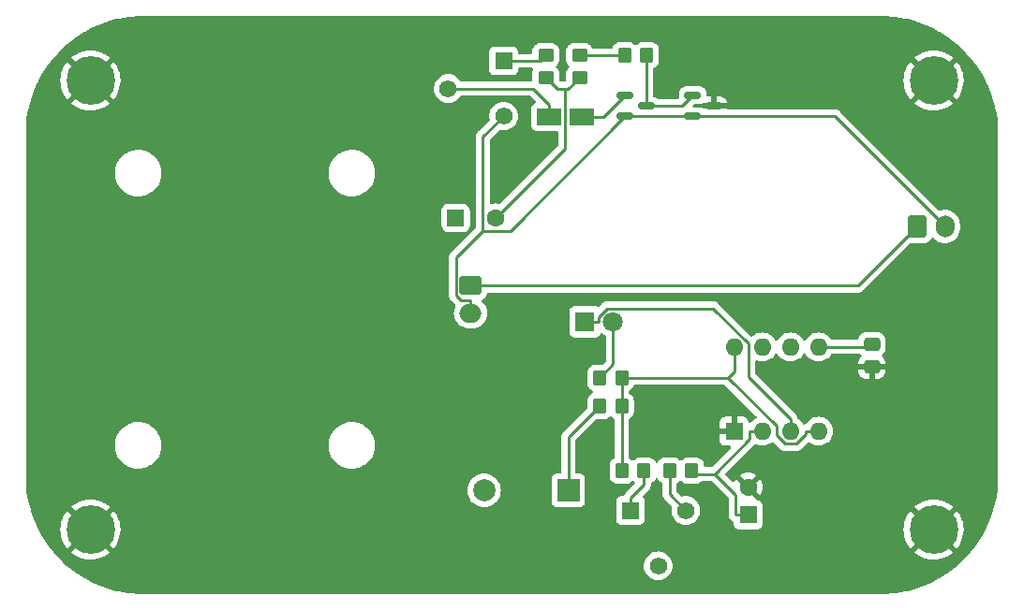
<source format=gtl>
G04 #@! TF.GenerationSoftware,KiCad,Pcbnew,(6.0.9)*
G04 #@! TF.CreationDate,2022-11-23T08:11:33+08:00*
G04 #@! TF.ProjectId,low_battery_voltage_alarm,6c6f775f-6261-4747-9465-72795f766f6c,rev?*
G04 #@! TF.SameCoordinates,Original*
G04 #@! TF.FileFunction,Copper,L1,Top*
G04 #@! TF.FilePolarity,Positive*
%FSLAX46Y46*%
G04 Gerber Fmt 4.6, Leading zero omitted, Abs format (unit mm)*
G04 Created by KiCad (PCBNEW (6.0.9)) date 2022-11-23 08:11:33*
%MOMM*%
%LPD*%
G01*
G04 APERTURE LIST*
G04 Aperture macros list*
%AMRoundRect*
0 Rectangle with rounded corners*
0 $1 Rounding radius*
0 $2 $3 $4 $5 $6 $7 $8 $9 X,Y pos of 4 corners*
0 Add a 4 corners polygon primitive as box body*
4,1,4,$2,$3,$4,$5,$6,$7,$8,$9,$2,$3,0*
0 Add four circle primitives for the rounded corners*
1,1,$1+$1,$2,$3*
1,1,$1+$1,$4,$5*
1,1,$1+$1,$6,$7*
1,1,$1+$1,$8,$9*
0 Add four rect primitives between the rounded corners*
20,1,$1+$1,$2,$3,$4,$5,0*
20,1,$1+$1,$4,$5,$6,$7,0*
20,1,$1+$1,$6,$7,$8,$9,0*
20,1,$1+$1,$8,$9,$2,$3,0*%
G04 Aperture macros list end*
G04 #@! TA.AperFunction,ComponentPad*
%ADD10RoundRect,0.250000X-0.600000X-0.750000X0.600000X-0.750000X0.600000X0.750000X-0.600000X0.750000X0*%
G04 #@! TD*
G04 #@! TA.AperFunction,ComponentPad*
%ADD11O,1.700000X2.000000*%
G04 #@! TD*
G04 #@! TA.AperFunction,SMDPad,CuDef*
%ADD12RoundRect,0.150000X-0.587500X-0.150000X0.587500X-0.150000X0.587500X0.150000X-0.587500X0.150000X0*%
G04 #@! TD*
G04 #@! TA.AperFunction,ComponentPad*
%ADD13R,2.000000X2.000000*%
G04 #@! TD*
G04 #@! TA.AperFunction,ComponentPad*
%ADD14C,2.000000*%
G04 #@! TD*
G04 #@! TA.AperFunction,SMDPad,CuDef*
%ADD15RoundRect,0.250000X-0.475000X0.337500X-0.475000X-0.337500X0.475000X-0.337500X0.475000X0.337500X0*%
G04 #@! TD*
G04 #@! TA.AperFunction,SMDPad,CuDef*
%ADD16RoundRect,0.250000X0.350000X0.450000X-0.350000X0.450000X-0.350000X-0.450000X0.350000X-0.450000X0*%
G04 #@! TD*
G04 #@! TA.AperFunction,SMDPad,CuDef*
%ADD17RoundRect,0.250000X-0.350000X-0.450000X0.350000X-0.450000X0.350000X0.450000X-0.350000X0.450000X0*%
G04 #@! TD*
G04 #@! TA.AperFunction,ComponentPad*
%ADD18R,1.600000X1.600000*%
G04 #@! TD*
G04 #@! TA.AperFunction,ComponentPad*
%ADD19C,1.600000*%
G04 #@! TD*
G04 #@! TA.AperFunction,ComponentPad*
%ADD20O,1.600000X1.600000*%
G04 #@! TD*
G04 #@! TA.AperFunction,ComponentPad*
%ADD21R,1.560000X1.560000*%
G04 #@! TD*
G04 #@! TA.AperFunction,ComponentPad*
%ADD22C,1.560000*%
G04 #@! TD*
G04 #@! TA.AperFunction,SMDPad,CuDef*
%ADD23RoundRect,0.250000X0.450000X-0.350000X0.450000X0.350000X-0.450000X0.350000X-0.450000X-0.350000X0*%
G04 #@! TD*
G04 #@! TA.AperFunction,ComponentPad*
%ADD24RoundRect,0.250000X-0.750000X0.600000X-0.750000X-0.600000X0.750000X-0.600000X0.750000X0.600000X0*%
G04 #@! TD*
G04 #@! TA.AperFunction,ComponentPad*
%ADD25O,2.000000X1.700000*%
G04 #@! TD*
G04 #@! TA.AperFunction,ComponentPad*
%ADD26C,4.400000*%
G04 #@! TD*
G04 #@! TA.AperFunction,ComponentPad*
%ADD27RoundRect,0.250000X-0.550000X-0.550000X0.550000X-0.550000X0.550000X0.550000X-0.550000X0.550000X0*%
G04 #@! TD*
G04 #@! TA.AperFunction,SMDPad,CuDef*
%ADD28R,2.200000X1.500000*%
G04 #@! TD*
G04 #@! TA.AperFunction,ComponentPad*
%ADD29R,1.800000X1.800000*%
G04 #@! TD*
G04 #@! TA.AperFunction,ComponentPad*
%ADD30C,1.800000*%
G04 #@! TD*
G04 #@! TA.AperFunction,Conductor*
%ADD31C,0.250000*%
G04 #@! TD*
G04 APERTURE END LIST*
D10*
X169204000Y-90424000D03*
D11*
X171704000Y-90424000D03*
D12*
X142826500Y-78552000D03*
X142826500Y-80452000D03*
X144701500Y-79502000D03*
D13*
X137668000Y-114300000D03*
D14*
X130068000Y-114300000D03*
D15*
X165100000Y-101070500D03*
X165100000Y-103145500D03*
D16*
X144510000Y-112522000D03*
X142510000Y-112522000D03*
D17*
X140494000Y-106680000D03*
X142494000Y-106680000D03*
D18*
X153924000Y-116521100D03*
D19*
X153924000Y-114021100D03*
D18*
X152664000Y-108956000D03*
D20*
X155204000Y-108956000D03*
X157744000Y-108956000D03*
X160284000Y-108956000D03*
X160284000Y-101336000D03*
X157744000Y-101336000D03*
X155204000Y-101336000D03*
X152664000Y-101336000D03*
D21*
X143296000Y-116124000D03*
D22*
X145796000Y-121124000D03*
X148296000Y-116124000D03*
D23*
X138684000Y-76946000D03*
X138684000Y-74946000D03*
D24*
X128850000Y-95778000D03*
D25*
X128850000Y-98278000D03*
D23*
X135636000Y-76946000D03*
X135636000Y-74946000D03*
D26*
X94488000Y-117856000D03*
X170688000Y-117856000D03*
X94488000Y-77216000D03*
X170688000Y-77216000D03*
D27*
X127486000Y-89662000D03*
D19*
X131086000Y-89662000D03*
D16*
X148828000Y-112522000D03*
X146828000Y-112522000D03*
D28*
X135964000Y-80518000D03*
X138864000Y-80518000D03*
D17*
X140494000Y-104140000D03*
X142494000Y-104140000D03*
D29*
X139187000Y-99060000D03*
D30*
X141727000Y-99060000D03*
D21*
X131826000Y-75438000D03*
D22*
X126826000Y-77938000D03*
X131826000Y-80438000D03*
D12*
X148922500Y-78552000D03*
X148922500Y-80452000D03*
X150797500Y-79502000D03*
D17*
X142764000Y-74930000D03*
X144764000Y-74930000D03*
D31*
X128850000Y-95778000D02*
X163850000Y-95778000D01*
X163850000Y-95778000D02*
X169204000Y-90424000D01*
X142826500Y-80452000D02*
X148922500Y-80452000D01*
X127521800Y-93245500D02*
X127521800Y-96680700D01*
X161732000Y-80452000D02*
X171704000Y-90424000D01*
X127521800Y-96680700D02*
X127943800Y-97102700D01*
X132449500Y-90829000D02*
X129938300Y-90829000D01*
X161732000Y-80452000D02*
X148922500Y-80452000D01*
X128850000Y-98278000D02*
X128850000Y-97102700D01*
X129938300Y-90829000D02*
X127521800Y-93245500D01*
X129938300Y-82325700D02*
X129938300Y-90829000D01*
X127943800Y-97102700D02*
X128850000Y-97102700D01*
X131826000Y-80438000D02*
X129938300Y-82325700D01*
X142826500Y-80452000D02*
X132449500Y-90829000D01*
X137668000Y-109506000D02*
X140494000Y-106680000D01*
X137668000Y-114300000D02*
X137668000Y-109506000D01*
X140412300Y-99060000D02*
X140412300Y-98600500D01*
X140412300Y-98600500D02*
X141178500Y-97834300D01*
X150755600Y-97834300D02*
X153934000Y-101012700D01*
X139187000Y-99060000D02*
X140412300Y-99060000D01*
X153934000Y-104020700D02*
X157744000Y-107830700D01*
X153934000Y-101012700D02*
X153934000Y-104020700D01*
X157744000Y-108956000D02*
X157744000Y-107830700D01*
X141178500Y-97834300D02*
X150755600Y-97834300D01*
X148828000Y-112522000D02*
X149127500Y-112821500D01*
X154078700Y-109659300D02*
X154078700Y-108956000D01*
X152798700Y-116521100D02*
X152798700Y-114703700D01*
X153924000Y-116521100D02*
X152798700Y-116521100D01*
X152798700Y-114703700D02*
X150916500Y-112821500D01*
X149127500Y-112821500D02*
X150916500Y-112821500D01*
X155204000Y-108956000D02*
X154078700Y-108956000D01*
X150916500Y-112821500D02*
X154078700Y-109659300D01*
X154000600Y-113944500D02*
X153924000Y-114021100D01*
X164834500Y-101336000D02*
X165100000Y-101070500D01*
X160284000Y-101336000D02*
X164834500Y-101336000D01*
X134459300Y-77938000D02*
X135964000Y-79442700D01*
X135964000Y-80518000D02*
X135964000Y-79442700D01*
X126826000Y-77938000D02*
X134459300Y-77938000D01*
X138864000Y-80518000D02*
X140860500Y-80518000D01*
X140860500Y-80518000D02*
X142826500Y-78552000D01*
X141727000Y-102907000D02*
X140494000Y-104140000D01*
X141727000Y-99060000D02*
X141727000Y-102907000D01*
X147972500Y-79502000D02*
X148922500Y-78552000D01*
X144701500Y-79502000D02*
X144701500Y-74992500D01*
X144701500Y-79502000D02*
X147972500Y-79502000D01*
X144701500Y-74992500D02*
X144764000Y-74930000D01*
X131826000Y-75438000D02*
X135144000Y-75438000D01*
X135144000Y-75438000D02*
X135636000Y-74946000D01*
X142764000Y-74930000D02*
X138700000Y-74930000D01*
X138700000Y-74930000D02*
X138684000Y-74946000D01*
X144510000Y-113804700D02*
X144510000Y-112522000D01*
X143296000Y-116124000D02*
X143296000Y-115018700D01*
X143296000Y-115018700D02*
X144510000Y-113804700D01*
X146828000Y-112522000D02*
X146828000Y-114656000D01*
X146828000Y-114656000D02*
X148296000Y-116124000D01*
X131086000Y-89662000D02*
X137389400Y-83358600D01*
X156474000Y-109342700D02*
X156474000Y-108500400D01*
X142494000Y-106680000D02*
X142494000Y-112506000D01*
X135636000Y-76946000D02*
X136656100Y-77966100D01*
X142494000Y-104140000D02*
X152113600Y-104140000D01*
X158289100Y-110106900D02*
X157238200Y-110106900D01*
X137389400Y-77966100D02*
X137663900Y-77966100D01*
X137663900Y-77966100D02*
X138684000Y-76946000D01*
X159158700Y-108956000D02*
X159158700Y-109237300D01*
X160284000Y-108956000D02*
X159158700Y-108956000D01*
X157238200Y-110106900D02*
X156474000Y-109342700D01*
X159158700Y-109237300D02*
X158289100Y-110106900D01*
X156474000Y-108500400D02*
X152113600Y-104140000D01*
X142494000Y-104140000D02*
X142494000Y-106680000D01*
X137389400Y-83358600D02*
X137389400Y-77966100D01*
X152113600Y-104140000D02*
X152664000Y-103589600D01*
X152664000Y-103589600D02*
X152664000Y-101336000D01*
X142494000Y-112506000D02*
X142510000Y-112522000D01*
X136656100Y-77966100D02*
X137389400Y-77966100D01*
G04 #@! TA.AperFunction,Conductor*
G36*
X165832018Y-71376000D02*
G01*
X165846851Y-71378310D01*
X165846855Y-71378310D01*
X165855724Y-71379691D01*
X165879375Y-71376598D01*
X165899376Y-71375587D01*
X166478601Y-71392442D01*
X166485901Y-71392867D01*
X166857511Y-71425378D01*
X167096773Y-71446311D01*
X167104052Y-71447162D01*
X167291959Y-71474686D01*
X167710779Y-71536034D01*
X167717971Y-71537302D01*
X168093204Y-71614782D01*
X168318500Y-71661302D01*
X168325631Y-71662992D01*
X168917928Y-71821697D01*
X168924950Y-71823799D01*
X169507025Y-72016678D01*
X169513912Y-72019185D01*
X170083773Y-72245576D01*
X170090503Y-72248479D01*
X170646249Y-72507628D01*
X170652799Y-72510918D01*
X171192517Y-72801931D01*
X171198864Y-72805595D01*
X171720769Y-73127511D01*
X171726893Y-73131539D01*
X172229198Y-73483256D01*
X172235059Y-73487620D01*
X172418965Y-73633034D01*
X172716064Y-73867950D01*
X172721678Y-73872661D01*
X173179749Y-74280309D01*
X173185080Y-74285339D01*
X173618661Y-74718920D01*
X173623691Y-74724251D01*
X174031339Y-75182322D01*
X174036050Y-75187936D01*
X174163876Y-75349598D01*
X174403833Y-75653072D01*
X174416373Y-75668932D01*
X174420744Y-75674802D01*
X174610632Y-75945991D01*
X174772461Y-76177107D01*
X174776489Y-76183231D01*
X175098405Y-76705136D01*
X175102069Y-76711483D01*
X175393082Y-77251201D01*
X175396372Y-77257751D01*
X175421948Y-77312598D01*
X175606367Y-77708085D01*
X175655521Y-77813497D01*
X175658424Y-77820227D01*
X175884815Y-78390088D01*
X175887322Y-78396975D01*
X175997408Y-78729195D01*
X176079657Y-78977407D01*
X176080201Y-78979050D01*
X176082303Y-78986072D01*
X176241008Y-79578369D01*
X176242698Y-79585500D01*
X176256075Y-79650285D01*
X176366698Y-80186029D01*
X176367966Y-80193221D01*
X176370922Y-80213400D01*
X176456838Y-80799948D01*
X176457689Y-80807227D01*
X176505633Y-81355221D01*
X176511133Y-81418091D01*
X176511558Y-81425399D01*
X176527037Y-81957328D01*
X176528192Y-81997031D01*
X176526744Y-82020085D01*
X176525690Y-82026850D01*
X176525690Y-82026856D01*
X176524309Y-82035724D01*
X176525473Y-82044626D01*
X176525473Y-82044628D01*
X176528436Y-82067283D01*
X176529500Y-82083621D01*
X176529500Y-112980633D01*
X176528000Y-113000018D01*
X176525690Y-113014851D01*
X176525690Y-113014855D01*
X176524309Y-113023724D01*
X176527399Y-113047352D01*
X176527402Y-113047374D01*
X176528413Y-113067376D01*
X176512193Y-113624820D01*
X176511559Y-113646592D01*
X176511133Y-113653901D01*
X176495516Y-113832406D01*
X176457689Y-114264773D01*
X176456838Y-114272052D01*
X176453228Y-114296700D01*
X176370410Y-114862099D01*
X176367968Y-114878769D01*
X176366698Y-114885971D01*
X176296429Y-115226285D01*
X176242698Y-115486500D01*
X176241008Y-115493631D01*
X176082303Y-116085928D01*
X176080202Y-116092945D01*
X176063864Y-116142252D01*
X175887322Y-116675025D01*
X175884815Y-116681912D01*
X175658424Y-117251773D01*
X175655521Y-117258503D01*
X175396372Y-117814249D01*
X175393082Y-117820799D01*
X175102069Y-118360517D01*
X175098405Y-118366864D01*
X174776489Y-118888769D01*
X174772461Y-118894893D01*
X174420750Y-119397189D01*
X174416380Y-119403059D01*
X174385546Y-119442055D01*
X174036050Y-119884064D01*
X174031339Y-119889678D01*
X173623691Y-120347749D01*
X173618661Y-120353080D01*
X173185080Y-120786661D01*
X173179749Y-120791691D01*
X172721678Y-121199339D01*
X172716064Y-121204050D01*
X172600483Y-121295440D01*
X172235059Y-121584380D01*
X172229198Y-121588744D01*
X171886520Y-121828689D01*
X171726893Y-121940461D01*
X171720769Y-121944489D01*
X171198864Y-122266405D01*
X171192517Y-122270069D01*
X170652799Y-122561082D01*
X170646249Y-122564372D01*
X170090503Y-122823521D01*
X170083773Y-122826424D01*
X169513912Y-123052815D01*
X169507025Y-123055322D01*
X168924950Y-123248201D01*
X168917928Y-123250303D01*
X168325631Y-123409008D01*
X168318500Y-123410698D01*
X168093204Y-123457218D01*
X167717971Y-123534698D01*
X167710779Y-123535966D01*
X167291959Y-123597314D01*
X167104052Y-123624838D01*
X167096773Y-123625689D01*
X166857511Y-123646622D01*
X166485901Y-123679133D01*
X166478601Y-123679558D01*
X165906966Y-123696192D01*
X165883915Y-123694744D01*
X165877150Y-123693690D01*
X165877144Y-123693690D01*
X165868276Y-123692309D01*
X165859374Y-123693473D01*
X165859372Y-123693473D01*
X165844623Y-123695402D01*
X165836714Y-123696436D01*
X165820379Y-123697500D01*
X99363367Y-123697500D01*
X99343982Y-123696000D01*
X99329149Y-123693690D01*
X99329145Y-123693690D01*
X99320276Y-123692309D01*
X99296625Y-123695402D01*
X99276624Y-123696413D01*
X98697399Y-123679558D01*
X98690099Y-123679133D01*
X98318489Y-123646622D01*
X98079227Y-123625689D01*
X98071948Y-123624838D01*
X97884041Y-123597314D01*
X97465221Y-123535966D01*
X97458029Y-123534698D01*
X97082796Y-123457218D01*
X96857500Y-123410698D01*
X96850369Y-123409008D01*
X96258072Y-123250303D01*
X96251050Y-123248201D01*
X95668975Y-123055322D01*
X95662088Y-123052815D01*
X95092227Y-122826424D01*
X95085497Y-122823521D01*
X94529751Y-122564372D01*
X94523201Y-122561082D01*
X93983483Y-122270069D01*
X93977136Y-122266405D01*
X93455231Y-121944489D01*
X93449107Y-121940461D01*
X93289480Y-121828689D01*
X92946802Y-121588744D01*
X92940941Y-121584380D01*
X92575517Y-121295440D01*
X92459936Y-121204050D01*
X92454322Y-121199339D01*
X92369664Y-121124000D01*
X144502578Y-121124000D01*
X144522228Y-121348600D01*
X144580581Y-121566376D01*
X144675864Y-121770711D01*
X144805181Y-121955396D01*
X144964604Y-122114819D01*
X145149289Y-122244136D01*
X145154267Y-122246457D01*
X145154270Y-122246459D01*
X145204902Y-122270069D01*
X145353624Y-122339419D01*
X145358932Y-122340841D01*
X145358934Y-122340842D01*
X145566085Y-122396348D01*
X145566087Y-122396348D01*
X145571400Y-122397772D01*
X145796000Y-122417422D01*
X146020600Y-122397772D01*
X146025913Y-122396348D01*
X146025915Y-122396348D01*
X146233066Y-122340842D01*
X146233068Y-122340841D01*
X146238376Y-122339419D01*
X146387098Y-122270069D01*
X146437730Y-122246459D01*
X146437733Y-122246457D01*
X146442711Y-122244136D01*
X146627396Y-122114819D01*
X146786819Y-121955396D01*
X146916136Y-121770711D01*
X147011419Y-121566376D01*
X147069772Y-121348600D01*
X147089422Y-121124000D01*
X147069772Y-120899400D01*
X147048226Y-120818990D01*
X147012842Y-120686934D01*
X147012841Y-120686932D01*
X147011419Y-120681624D01*
X146952027Y-120554257D01*
X146918459Y-120482270D01*
X146918457Y-120482267D01*
X146916136Y-120477289D01*
X146786819Y-120292604D01*
X146627396Y-120133181D01*
X146442711Y-120003864D01*
X146437733Y-120001543D01*
X146437730Y-120001541D01*
X146310951Y-119942423D01*
X168966703Y-119942423D01*
X168974227Y-119952854D01*
X169113483Y-120065020D01*
X169119657Y-120069408D01*
X169390271Y-120238178D01*
X169396931Y-120241794D01*
X169685852Y-120376827D01*
X169692905Y-120379620D01*
X169995970Y-120478970D01*
X170003282Y-120480888D01*
X170316092Y-120543109D01*
X170323590Y-120544137D01*
X170641610Y-120568328D01*
X170649173Y-120568446D01*
X170967785Y-120554257D01*
X170975326Y-120553465D01*
X171289924Y-120501101D01*
X171297302Y-120499411D01*
X171603355Y-120409625D01*
X171610450Y-120407071D01*
X171903496Y-120281169D01*
X171910263Y-120277765D01*
X172186042Y-120117580D01*
X172192349Y-120113390D01*
X172402305Y-119954889D01*
X172410761Y-119943496D01*
X172404045Y-119931256D01*
X170700810Y-118228020D01*
X170686869Y-118220408D01*
X170685034Y-118220539D01*
X170678420Y-118224790D01*
X168973818Y-119929393D01*
X168966703Y-119942423D01*
X146310951Y-119942423D01*
X146243358Y-119910904D01*
X146243357Y-119910903D01*
X146238376Y-119908581D01*
X146233068Y-119907159D01*
X146233066Y-119907158D01*
X146025915Y-119851652D01*
X146025913Y-119851652D01*
X146020600Y-119850228D01*
X145796000Y-119830578D01*
X145571400Y-119850228D01*
X145566087Y-119851652D01*
X145566085Y-119851652D01*
X145358934Y-119907158D01*
X145358932Y-119907159D01*
X145353624Y-119908581D01*
X145348643Y-119910903D01*
X145348642Y-119910904D01*
X145154270Y-120001541D01*
X145154267Y-120001543D01*
X145149289Y-120003864D01*
X144964604Y-120133181D01*
X144805181Y-120292604D01*
X144675864Y-120477289D01*
X144673543Y-120482267D01*
X144673541Y-120482270D01*
X144639973Y-120554257D01*
X144580581Y-120681624D01*
X144579159Y-120686932D01*
X144579158Y-120686934D01*
X144543774Y-120818990D01*
X144522228Y-120899400D01*
X144502578Y-121124000D01*
X92369664Y-121124000D01*
X91996251Y-120791691D01*
X91990920Y-120786661D01*
X91557339Y-120353080D01*
X91552309Y-120347749D01*
X91191600Y-119942423D01*
X92766703Y-119942423D01*
X92774227Y-119952854D01*
X92913483Y-120065020D01*
X92919657Y-120069408D01*
X93190271Y-120238178D01*
X93196931Y-120241794D01*
X93485852Y-120376827D01*
X93492905Y-120379620D01*
X93795970Y-120478970D01*
X93803282Y-120480888D01*
X94116092Y-120543109D01*
X94123590Y-120544137D01*
X94441610Y-120568328D01*
X94449173Y-120568446D01*
X94767785Y-120554257D01*
X94775326Y-120553465D01*
X95089924Y-120501101D01*
X95097302Y-120499411D01*
X95403355Y-120409625D01*
X95410450Y-120407071D01*
X95703496Y-120281169D01*
X95710263Y-120277765D01*
X95986042Y-120117580D01*
X95992349Y-120113390D01*
X96202305Y-119954889D01*
X96210761Y-119943496D01*
X96204045Y-119931256D01*
X94500810Y-118228020D01*
X94486869Y-118220408D01*
X94485034Y-118220539D01*
X94478420Y-118224790D01*
X92773818Y-119929393D01*
X92766703Y-119942423D01*
X91191600Y-119942423D01*
X91144661Y-119889678D01*
X91139950Y-119884064D01*
X90790454Y-119442055D01*
X90759620Y-119403059D01*
X90755250Y-119397189D01*
X90403539Y-118894893D01*
X90399511Y-118888769D01*
X90077595Y-118366864D01*
X90073931Y-118360517D01*
X89788625Y-117831383D01*
X91775388Y-117831383D01*
X91791245Y-118149914D01*
X91792076Y-118157443D01*
X91846085Y-118471759D01*
X91847818Y-118479146D01*
X91939196Y-118784695D01*
X91941799Y-118791808D01*
X92069227Y-119084173D01*
X92072669Y-119090929D01*
X92234296Y-119365865D01*
X92238519Y-119372150D01*
X92389463Y-119569934D01*
X92400989Y-119578396D01*
X92413054Y-119571735D01*
X94115980Y-117868810D01*
X94122357Y-117857131D01*
X94852408Y-117857131D01*
X94852539Y-117858966D01*
X94856790Y-117865580D01*
X96561285Y-119570074D01*
X96574408Y-119577240D01*
X96584709Y-119569851D01*
X96688751Y-119442055D01*
X96693164Y-119435914D01*
X96863349Y-119166187D01*
X96867005Y-119159536D01*
X97003544Y-118871335D01*
X97006375Y-118864295D01*
X97107306Y-118561767D01*
X97109270Y-118554433D01*
X97173122Y-118241989D01*
X97174194Y-118234465D01*
X97200173Y-117915051D01*
X97200378Y-117910576D01*
X97200927Y-117858221D01*
X97200817Y-117853789D01*
X97199466Y-117831383D01*
X167975388Y-117831383D01*
X167991245Y-118149914D01*
X167992076Y-118157443D01*
X168046085Y-118471759D01*
X168047818Y-118479146D01*
X168139196Y-118784695D01*
X168141799Y-118791808D01*
X168269227Y-119084173D01*
X168272669Y-119090929D01*
X168434296Y-119365865D01*
X168438519Y-119372150D01*
X168589463Y-119569934D01*
X168600989Y-119578396D01*
X168613054Y-119571735D01*
X170315980Y-117868810D01*
X170322357Y-117857131D01*
X171052408Y-117857131D01*
X171052539Y-117858966D01*
X171056790Y-117865580D01*
X172761285Y-119570074D01*
X172774408Y-119577240D01*
X172784709Y-119569851D01*
X172888751Y-119442055D01*
X172893164Y-119435914D01*
X173063349Y-119166187D01*
X173067005Y-119159536D01*
X173203544Y-118871335D01*
X173206375Y-118864295D01*
X173307306Y-118561767D01*
X173309270Y-118554433D01*
X173373122Y-118241989D01*
X173374194Y-118234465D01*
X173400173Y-117915051D01*
X173400378Y-117910576D01*
X173400927Y-117858221D01*
X173400817Y-117853789D01*
X173381529Y-117533853D01*
X173380621Y-117526351D01*
X173323319Y-117212593D01*
X173321518Y-117205260D01*
X173226935Y-116900655D01*
X173224263Y-116893583D01*
X173093781Y-116602570D01*
X173090264Y-116595843D01*
X172925771Y-116322621D01*
X172921481Y-116316377D01*
X172785991Y-116142647D01*
X172774199Y-116134178D01*
X172762486Y-116140725D01*
X171060020Y-117843190D01*
X171052408Y-117857131D01*
X170322357Y-117857131D01*
X170323592Y-117854869D01*
X170323461Y-117853034D01*
X170319210Y-117846420D01*
X168614445Y-116141656D01*
X168601510Y-116134592D01*
X168590949Y-116142252D01*
X168470766Y-116293072D01*
X168466410Y-116299270D01*
X168299059Y-116570764D01*
X168295479Y-116577440D01*
X168161956Y-116867074D01*
X168159206Y-116874125D01*
X168061444Y-117177708D01*
X168059561Y-117185041D01*
X167998979Y-117498170D01*
X167997992Y-117505670D01*
X167975467Y-117823802D01*
X167975388Y-117831383D01*
X97199466Y-117831383D01*
X97181529Y-117533853D01*
X97180621Y-117526351D01*
X97123319Y-117212593D01*
X97121518Y-117205260D01*
X97026935Y-116900655D01*
X97024263Y-116893583D01*
X96893781Y-116602570D01*
X96890264Y-116595843D01*
X96725771Y-116322621D01*
X96721481Y-116316377D01*
X96585991Y-116142647D01*
X96574199Y-116134178D01*
X96562486Y-116140725D01*
X94860020Y-117843190D01*
X94852408Y-117857131D01*
X94122357Y-117857131D01*
X94123592Y-117854869D01*
X94123461Y-117853034D01*
X94119210Y-117846420D01*
X92414445Y-116141656D01*
X92401510Y-116134592D01*
X92390949Y-116142252D01*
X92270766Y-116293072D01*
X92266410Y-116299270D01*
X92099059Y-116570764D01*
X92095479Y-116577440D01*
X91961956Y-116867074D01*
X91959206Y-116874125D01*
X91861444Y-117177708D01*
X91859561Y-117185041D01*
X91798979Y-117498170D01*
X91797992Y-117505670D01*
X91775467Y-117823802D01*
X91775388Y-117831383D01*
X89788625Y-117831383D01*
X89782918Y-117820799D01*
X89779628Y-117814249D01*
X89520479Y-117258503D01*
X89517576Y-117251773D01*
X89291185Y-116681912D01*
X89288678Y-116675025D01*
X89112136Y-116142252D01*
X89095798Y-116092945D01*
X89093697Y-116085928D01*
X89008890Y-115769423D01*
X92765917Y-115769423D01*
X92772520Y-115781309D01*
X94475190Y-117483980D01*
X94489131Y-117491592D01*
X94490966Y-117491461D01*
X94497580Y-117487210D01*
X96202559Y-115782230D01*
X96209571Y-115769389D01*
X96201777Y-115758701D01*
X96039298Y-115630613D01*
X96033075Y-115626288D01*
X95760702Y-115460357D01*
X95754025Y-115456822D01*
X95463686Y-115324813D01*
X95456616Y-115322099D01*
X95152537Y-115225932D01*
X95145186Y-115224085D01*
X94831746Y-115165142D01*
X94824237Y-115164194D01*
X94505989Y-115143335D01*
X94498424Y-115143295D01*
X94179964Y-115160821D01*
X94172450Y-115161690D01*
X93858405Y-115217348D01*
X93851044Y-115219115D01*
X93545980Y-115312092D01*
X93538860Y-115314740D01*
X93247182Y-115443690D01*
X93240445Y-115447167D01*
X92966355Y-115610233D01*
X92960091Y-115614490D01*
X92774385Y-115757762D01*
X92765917Y-115769423D01*
X89008890Y-115769423D01*
X88934992Y-115493631D01*
X88933302Y-115486500D01*
X88879571Y-115226285D01*
X88809302Y-114885971D01*
X88808032Y-114878769D01*
X88805591Y-114862099D01*
X88723255Y-114300000D01*
X128554835Y-114300000D01*
X128573465Y-114536711D01*
X128574619Y-114541518D01*
X128574620Y-114541524D01*
X128591336Y-114611149D01*
X128628895Y-114767594D01*
X128630788Y-114772165D01*
X128630789Y-114772167D01*
X128712748Y-114970034D01*
X128719760Y-114986963D01*
X128722346Y-114991183D01*
X128841241Y-115185202D01*
X128841245Y-115185208D01*
X128843824Y-115189416D01*
X128998031Y-115369969D01*
X129178584Y-115524176D01*
X129182792Y-115526755D01*
X129182798Y-115526759D01*
X129376817Y-115645654D01*
X129381037Y-115648240D01*
X129385607Y-115650133D01*
X129385611Y-115650135D01*
X129571377Y-115727081D01*
X129600406Y-115739105D01*
X129648349Y-115750615D01*
X129826476Y-115793380D01*
X129826482Y-115793381D01*
X129831289Y-115794535D01*
X130068000Y-115813165D01*
X130304711Y-115794535D01*
X130309518Y-115793381D01*
X130309524Y-115793380D01*
X130487651Y-115750615D01*
X130535594Y-115739105D01*
X130564623Y-115727081D01*
X130750389Y-115650135D01*
X130750393Y-115650133D01*
X130754963Y-115648240D01*
X130759183Y-115645654D01*
X130953202Y-115526759D01*
X130953208Y-115526755D01*
X130957416Y-115524176D01*
X131137969Y-115369969D01*
X131156618Y-115348134D01*
X136159500Y-115348134D01*
X136166255Y-115410316D01*
X136217385Y-115546705D01*
X136304739Y-115663261D01*
X136421295Y-115750615D01*
X136557684Y-115801745D01*
X136619866Y-115808500D01*
X138716134Y-115808500D01*
X138778316Y-115801745D01*
X138914705Y-115750615D01*
X139031261Y-115663261D01*
X139118615Y-115546705D01*
X139169745Y-115410316D01*
X139176500Y-115348134D01*
X139176500Y-113251866D01*
X139169745Y-113189684D01*
X139118615Y-113053295D01*
X139031261Y-112936739D01*
X138914705Y-112849385D01*
X138778316Y-112798255D01*
X138716134Y-112791500D01*
X138427500Y-112791500D01*
X138359379Y-112771498D01*
X138312886Y-112717842D01*
X138301500Y-112665500D01*
X138301500Y-109820594D01*
X138321502Y-109752473D01*
X138338405Y-109731499D01*
X140144499Y-107925405D01*
X140206811Y-107891379D01*
X140233594Y-107888500D01*
X140894400Y-107888500D01*
X140897646Y-107888163D01*
X140897650Y-107888163D01*
X140993308Y-107878238D01*
X140993312Y-107878237D01*
X141000166Y-107877526D01*
X141006702Y-107875345D01*
X141006704Y-107875345D01*
X141160998Y-107823868D01*
X141167946Y-107821550D01*
X141318348Y-107728478D01*
X141404784Y-107641891D01*
X141467066Y-107607812D01*
X141537886Y-107612815D01*
X141582975Y-107641736D01*
X141652574Y-107711214D01*
X141670697Y-107729305D01*
X141676927Y-107733145D01*
X141676928Y-107733146D01*
X141800616Y-107809389D01*
X141848110Y-107862162D01*
X141860500Y-107916649D01*
X141860500Y-111295120D01*
X141840498Y-111363241D01*
X141800803Y-111402264D01*
X141685652Y-111473522D01*
X141560695Y-111598697D01*
X141556855Y-111604927D01*
X141556854Y-111604928D01*
X141517067Y-111669475D01*
X141467885Y-111749262D01*
X141465581Y-111756209D01*
X141424222Y-111880904D01*
X141412203Y-111917139D01*
X141401500Y-112021600D01*
X141401500Y-113022400D01*
X141401837Y-113025646D01*
X141401837Y-113025650D01*
X141406167Y-113067378D01*
X141412474Y-113128166D01*
X141414655Y-113134702D01*
X141414655Y-113134704D01*
X141432998Y-113189684D01*
X141468450Y-113295946D01*
X141561522Y-113446348D01*
X141686697Y-113571305D01*
X141692927Y-113575145D01*
X141692928Y-113575146D01*
X141830090Y-113659694D01*
X141837262Y-113664115D01*
X141901474Y-113685413D01*
X141998611Y-113717632D01*
X141998613Y-113717632D01*
X142005139Y-113719797D01*
X142011975Y-113720497D01*
X142011978Y-113720498D01*
X142055031Y-113724909D01*
X142109600Y-113730500D01*
X142910400Y-113730500D01*
X142913646Y-113730163D01*
X142913650Y-113730163D01*
X143009308Y-113720238D01*
X143009312Y-113720237D01*
X143016166Y-113719526D01*
X143022702Y-113717345D01*
X143022704Y-113717345D01*
X143154806Y-113673272D01*
X143183946Y-113663550D01*
X143334348Y-113570478D01*
X143420784Y-113483891D01*
X143483066Y-113449812D01*
X143553886Y-113454815D01*
X143598975Y-113483736D01*
X143677913Y-113562537D01*
X143711992Y-113624820D01*
X143706989Y-113695640D01*
X143677990Y-113740805D01*
X142903747Y-114515048D01*
X142895461Y-114522588D01*
X142888982Y-114526700D01*
X142883557Y-114532477D01*
X142842357Y-114576351D01*
X142839602Y-114579193D01*
X142819865Y-114598930D01*
X142817385Y-114602127D01*
X142809682Y-114611147D01*
X142779414Y-114643379D01*
X142775595Y-114650325D01*
X142775593Y-114650328D01*
X142769652Y-114661134D01*
X142758801Y-114677653D01*
X142746386Y-114693659D01*
X142743241Y-114700928D01*
X142743238Y-114700932D01*
X142728826Y-114734237D01*
X142723604Y-114744896D01*
X142709694Y-114770199D01*
X142659350Y-114820259D01*
X142599279Y-114835500D01*
X142467866Y-114835500D01*
X142405684Y-114842255D01*
X142269295Y-114893385D01*
X142152739Y-114980739D01*
X142065385Y-115097295D01*
X142014255Y-115233684D01*
X142007500Y-115295866D01*
X142007500Y-116952134D01*
X142014255Y-117014316D01*
X142065385Y-117150705D01*
X142152739Y-117267261D01*
X142269295Y-117354615D01*
X142405684Y-117405745D01*
X142467866Y-117412500D01*
X144124134Y-117412500D01*
X144186316Y-117405745D01*
X144322705Y-117354615D01*
X144439261Y-117267261D01*
X144526615Y-117150705D01*
X144577745Y-117014316D01*
X144584500Y-116952134D01*
X144584500Y-115295866D01*
X144577745Y-115233684D01*
X144526615Y-115097295D01*
X144439261Y-114980739D01*
X144432081Y-114975358D01*
X144425731Y-114969008D01*
X144427598Y-114967141D01*
X144393345Y-114921325D01*
X144388324Y-114850506D01*
X144422333Y-114788271D01*
X144902247Y-114308357D01*
X144910537Y-114300813D01*
X144917018Y-114296700D01*
X144963659Y-114247032D01*
X144966413Y-114244191D01*
X144986134Y-114224470D01*
X144988612Y-114221275D01*
X144996318Y-114212253D01*
X145021158Y-114185801D01*
X145026586Y-114180021D01*
X145036346Y-114162268D01*
X145047199Y-114145745D01*
X145054753Y-114136006D01*
X145059613Y-114129741D01*
X145077176Y-114089157D01*
X145082383Y-114078527D01*
X145103695Y-114039760D01*
X145105666Y-114032083D01*
X145105668Y-114032078D01*
X145108732Y-114020142D01*
X145115138Y-114001430D01*
X145120033Y-113990119D01*
X145123181Y-113982845D01*
X145124421Y-113975017D01*
X145124423Y-113975010D01*
X145130099Y-113939176D01*
X145132505Y-113927556D01*
X145141528Y-113892411D01*
X145141528Y-113892410D01*
X145143500Y-113884730D01*
X145143500Y-113864476D01*
X145145051Y-113844765D01*
X145146980Y-113832586D01*
X145148220Y-113824757D01*
X145144059Y-113780738D01*
X145143500Y-113768881D01*
X145143500Y-113758781D01*
X145163502Y-113690660D01*
X145203197Y-113651637D01*
X145328120Y-113574332D01*
X145334348Y-113570478D01*
X145459305Y-113445303D01*
X145552115Y-113294738D01*
X145554420Y-113287787D01*
X145554795Y-113286984D01*
X145601710Y-113233698D01*
X145669987Y-113214235D01*
X145737948Y-113234775D01*
X145783091Y-113286778D01*
X145784134Y-113289005D01*
X145786450Y-113295946D01*
X145879522Y-113446348D01*
X146004697Y-113571305D01*
X146010927Y-113575145D01*
X146010928Y-113575146D01*
X146134616Y-113651389D01*
X146182110Y-113704162D01*
X146194500Y-113758649D01*
X146194500Y-114577233D01*
X146193973Y-114588416D01*
X146192298Y-114595909D01*
X146192547Y-114603835D01*
X146192547Y-114603836D01*
X146194438Y-114663986D01*
X146194500Y-114667945D01*
X146194500Y-114695856D01*
X146194997Y-114699790D01*
X146194997Y-114699791D01*
X146195005Y-114699856D01*
X146195938Y-114711693D01*
X146197327Y-114755889D01*
X146202485Y-114773643D01*
X146202978Y-114775339D01*
X146206987Y-114794700D01*
X146209526Y-114814797D01*
X146212445Y-114822168D01*
X146212445Y-114822170D01*
X146225804Y-114855912D01*
X146229649Y-114867142D01*
X146237273Y-114893385D01*
X146241982Y-114909593D01*
X146246015Y-114916412D01*
X146246017Y-114916417D01*
X146252293Y-114927028D01*
X146260988Y-114944776D01*
X146268448Y-114963617D01*
X146273110Y-114970033D01*
X146273110Y-114970034D01*
X146294436Y-114999387D01*
X146300952Y-115009307D01*
X146306268Y-115018295D01*
X146323458Y-115047362D01*
X146337779Y-115061683D01*
X146350619Y-115076716D01*
X146362528Y-115093107D01*
X146368634Y-115098158D01*
X146396605Y-115121298D01*
X146405384Y-115129288D01*
X147003177Y-115727081D01*
X147037203Y-115789393D01*
X147035789Y-115848786D01*
X147023653Y-115894081D01*
X147022228Y-115899400D01*
X147002578Y-116124000D01*
X147022228Y-116348600D01*
X147023652Y-116353913D01*
X147023652Y-116353915D01*
X147055620Y-116473219D01*
X147080581Y-116566376D01*
X147082903Y-116571357D01*
X147082904Y-116571358D01*
X147161339Y-116739561D01*
X147175864Y-116770711D01*
X147305181Y-116955396D01*
X147464604Y-117114819D01*
X147649289Y-117244136D01*
X147654267Y-117246457D01*
X147654270Y-117246459D01*
X147710420Y-117272642D01*
X147853624Y-117339419D01*
X147858932Y-117340841D01*
X147858934Y-117340842D01*
X148066085Y-117396348D01*
X148066087Y-117396348D01*
X148071400Y-117397772D01*
X148296000Y-117417422D01*
X148520600Y-117397772D01*
X148525913Y-117396348D01*
X148525915Y-117396348D01*
X148733066Y-117340842D01*
X148733068Y-117340841D01*
X148738376Y-117339419D01*
X148881580Y-117272642D01*
X148937730Y-117246459D01*
X148937733Y-117246457D01*
X148942711Y-117244136D01*
X149127396Y-117114819D01*
X149286819Y-116955396D01*
X149416136Y-116770711D01*
X149430662Y-116739561D01*
X149509096Y-116571358D01*
X149509097Y-116571357D01*
X149511419Y-116566376D01*
X149536381Y-116473219D01*
X149568348Y-116353915D01*
X149568348Y-116353913D01*
X149569772Y-116348600D01*
X149589422Y-116124000D01*
X149569772Y-115899400D01*
X149556210Y-115848786D01*
X149512842Y-115686934D01*
X149512841Y-115686932D01*
X149511419Y-115681624D01*
X149505798Y-115669569D01*
X149418459Y-115482270D01*
X149418457Y-115482267D01*
X149416136Y-115477289D01*
X149286819Y-115292604D01*
X149127396Y-115133181D01*
X148942711Y-115003864D01*
X148937733Y-115001543D01*
X148937730Y-115001541D01*
X148743358Y-114910904D01*
X148743357Y-114910903D01*
X148738376Y-114908581D01*
X148733068Y-114907159D01*
X148733066Y-114907158D01*
X148525915Y-114851652D01*
X148525913Y-114851652D01*
X148520600Y-114850228D01*
X148296000Y-114830578D01*
X148071400Y-114850228D01*
X148066081Y-114851653D01*
X148066082Y-114851653D01*
X148020787Y-114863789D01*
X147949811Y-114862099D01*
X147899082Y-114831177D01*
X147498405Y-114430500D01*
X147464379Y-114368188D01*
X147461500Y-114341405D01*
X147461500Y-113758781D01*
X147481502Y-113690660D01*
X147521197Y-113651637D01*
X147646120Y-113574332D01*
X147652348Y-113570478D01*
X147738784Y-113483891D01*
X147801066Y-113449812D01*
X147871886Y-113454815D01*
X147916975Y-113483736D01*
X147928988Y-113495728D01*
X148004697Y-113571305D01*
X148010927Y-113575145D01*
X148010928Y-113575146D01*
X148148090Y-113659694D01*
X148155262Y-113664115D01*
X148219474Y-113685413D01*
X148316611Y-113717632D01*
X148316613Y-113717632D01*
X148323139Y-113719797D01*
X148329975Y-113720497D01*
X148329978Y-113720498D01*
X148373031Y-113724909D01*
X148427600Y-113730500D01*
X149228400Y-113730500D01*
X149231646Y-113730163D01*
X149231650Y-113730163D01*
X149327308Y-113720238D01*
X149327312Y-113720237D01*
X149334166Y-113719526D01*
X149340702Y-113717345D01*
X149340704Y-113717345D01*
X149472806Y-113673272D01*
X149501946Y-113663550D01*
X149652348Y-113570478D01*
X149730708Y-113491982D01*
X149792989Y-113457903D01*
X149819880Y-113455000D01*
X150601906Y-113455000D01*
X150670027Y-113475002D01*
X150691001Y-113491905D01*
X152128295Y-114929200D01*
X152162321Y-114991512D01*
X152165200Y-115018295D01*
X152165200Y-116449307D01*
X152162968Y-116472916D01*
X152161425Y-116481006D01*
X152161923Y-116488917D01*
X152164951Y-116537051D01*
X152165200Y-116544962D01*
X152165200Y-116560956D01*
X152167206Y-116576830D01*
X152167948Y-116584690D01*
X152171475Y-116640750D01*
X152173925Y-116648291D01*
X152174021Y-116648587D01*
X152179194Y-116671731D01*
X152179232Y-116672035D01*
X152179233Y-116672040D01*
X152180226Y-116679897D01*
X152183142Y-116687262D01*
X152183143Y-116687266D01*
X152200899Y-116732111D01*
X152203571Y-116739530D01*
X152220936Y-116792975D01*
X152225186Y-116799671D01*
X152225186Y-116799672D01*
X152225350Y-116799931D01*
X152236115Y-116821058D01*
X152236229Y-116821346D01*
X152236232Y-116821351D01*
X152239148Y-116828717D01*
X152243804Y-116835125D01*
X152243807Y-116835131D01*
X152272158Y-116874152D01*
X152276601Y-116880689D01*
X152306700Y-116928118D01*
X152312478Y-116933544D01*
X152312479Y-116933545D01*
X152312707Y-116933759D01*
X152328388Y-116951546D01*
X152333228Y-116958207D01*
X152339337Y-116963261D01*
X152339338Y-116963262D01*
X152376496Y-116994003D01*
X152382430Y-116999234D01*
X152417598Y-117032258D01*
X152417601Y-117032260D01*
X152423379Y-117037686D01*
X152430603Y-117041658D01*
X152450206Y-117054981D01*
X152450446Y-117055180D01*
X152450453Y-117055184D01*
X152456556Y-117060233D01*
X152496100Y-117078841D01*
X152507376Y-117084147D01*
X152514429Y-117087741D01*
X152550201Y-117107407D01*
X152600260Y-117157752D01*
X152615500Y-117217821D01*
X152615500Y-117369234D01*
X152622255Y-117431416D01*
X152673385Y-117567805D01*
X152760739Y-117684361D01*
X152877295Y-117771715D01*
X153013684Y-117822845D01*
X153075866Y-117829600D01*
X154772134Y-117829600D01*
X154834316Y-117822845D01*
X154970705Y-117771715D01*
X155087261Y-117684361D01*
X155174615Y-117567805D01*
X155225745Y-117431416D01*
X155232500Y-117369234D01*
X155232500Y-115769423D01*
X168965917Y-115769423D01*
X168972520Y-115781309D01*
X170675190Y-117483980D01*
X170689131Y-117491592D01*
X170690966Y-117491461D01*
X170697580Y-117487210D01*
X172402559Y-115782230D01*
X172409571Y-115769389D01*
X172401777Y-115758701D01*
X172239298Y-115630613D01*
X172233075Y-115626288D01*
X171960702Y-115460357D01*
X171954025Y-115456822D01*
X171663686Y-115324813D01*
X171656616Y-115322099D01*
X171352537Y-115225932D01*
X171345186Y-115224085D01*
X171031746Y-115165142D01*
X171024237Y-115164194D01*
X170705989Y-115143335D01*
X170698424Y-115143295D01*
X170379964Y-115160821D01*
X170372450Y-115161690D01*
X170058405Y-115217348D01*
X170051044Y-115219115D01*
X169745980Y-115312092D01*
X169738860Y-115314740D01*
X169447182Y-115443690D01*
X169440445Y-115447167D01*
X169166355Y-115610233D01*
X169160091Y-115614490D01*
X168974385Y-115757762D01*
X168965917Y-115769423D01*
X155232500Y-115769423D01*
X155232500Y-115672966D01*
X155225745Y-115610784D01*
X155174615Y-115474395D01*
X155087261Y-115357839D01*
X154970705Y-115270485D01*
X154834316Y-115219355D01*
X154790748Y-115214622D01*
X154775514Y-115212967D01*
X154775511Y-115212967D01*
X154772134Y-115212600D01*
X154768815Y-115212600D01*
X154701890Y-115188947D01*
X154666196Y-115142944D01*
X154664266Y-115143959D01*
X154658558Y-115133100D01*
X154658368Y-115132855D01*
X154658347Y-115132697D01*
X154638356Y-115094666D01*
X153565922Y-114022232D01*
X154288408Y-114022232D01*
X154288539Y-114024065D01*
X154292790Y-114030680D01*
X154998287Y-114736177D01*
X155010062Y-114742607D01*
X155022077Y-114733311D01*
X155057931Y-114682106D01*
X155063414Y-114672611D01*
X155155490Y-114475153D01*
X155159236Y-114464861D01*
X155215625Y-114254412D01*
X155217528Y-114243619D01*
X155236517Y-114026575D01*
X155236517Y-114015625D01*
X155217528Y-113798581D01*
X155215625Y-113787788D01*
X155159236Y-113577339D01*
X155155490Y-113567047D01*
X155063414Y-113369589D01*
X155057931Y-113360094D01*
X155021491Y-113308052D01*
X155011012Y-113299676D01*
X154997566Y-113306744D01*
X154296022Y-114008288D01*
X154288408Y-114022232D01*
X153565922Y-114022232D01*
X152849713Y-113306023D01*
X152837938Y-113299593D01*
X152825923Y-113308889D01*
X152790069Y-113360094D01*
X152784586Y-113369589D01*
X152725767Y-113495728D01*
X152678850Y-113549013D01*
X152610572Y-113568474D01*
X152542613Y-113547932D01*
X152522477Y-113531573D01*
X151924992Y-112934088D01*
X153202576Y-112934088D01*
X153209644Y-112947534D01*
X153911188Y-113649078D01*
X153925132Y-113656692D01*
X153926965Y-113656561D01*
X153933580Y-113652310D01*
X154639077Y-112946813D01*
X154645507Y-112935038D01*
X154636211Y-112923023D01*
X154585006Y-112887169D01*
X154575511Y-112881686D01*
X154378053Y-112789610D01*
X154367761Y-112785864D01*
X154157312Y-112729475D01*
X154146519Y-112727572D01*
X153929475Y-112708583D01*
X153918525Y-112708583D01*
X153701481Y-112727572D01*
X153690688Y-112729475D01*
X153480239Y-112785864D01*
X153469947Y-112789610D01*
X153272489Y-112881686D01*
X153262994Y-112887169D01*
X153210952Y-112923609D01*
X153202576Y-112934088D01*
X151924992Y-112934088D01*
X151901499Y-112910595D01*
X151867473Y-112848283D01*
X151872538Y-112777468D01*
X151901499Y-112732405D01*
X153155201Y-111478704D01*
X154470953Y-110162952D01*
X154479238Y-110155412D01*
X154485718Y-110151300D01*
X154490549Y-110146156D01*
X154555432Y-110118299D01*
X154623757Y-110129199D01*
X154749770Y-110187959D01*
X154749775Y-110187961D01*
X154754757Y-110190284D01*
X154760065Y-110191706D01*
X154760067Y-110191707D01*
X154970598Y-110248119D01*
X154970600Y-110248119D01*
X154975913Y-110249543D01*
X155204000Y-110269498D01*
X155432087Y-110249543D01*
X155437400Y-110248119D01*
X155437402Y-110248119D01*
X155647933Y-110191707D01*
X155647935Y-110191706D01*
X155653243Y-110190284D01*
X155658229Y-110187959D01*
X155855762Y-110095849D01*
X155855767Y-110095846D01*
X155860749Y-110093523D01*
X156048300Y-109962198D01*
X156049601Y-109964056D01*
X156105738Y-109939491D01*
X156175842Y-109950712D01*
X156210779Y-109975383D01*
X156483514Y-110248119D01*
X156734553Y-110499158D01*
X156742087Y-110507437D01*
X156746200Y-110513918D01*
X156762819Y-110529524D01*
X156795851Y-110560543D01*
X156798693Y-110563298D01*
X156818430Y-110583035D01*
X156821627Y-110585515D01*
X156830647Y-110593218D01*
X156862879Y-110623486D01*
X156869825Y-110627305D01*
X156869828Y-110627307D01*
X156880634Y-110633248D01*
X156897153Y-110644099D01*
X156913159Y-110656514D01*
X156920428Y-110659659D01*
X156920432Y-110659662D01*
X156953737Y-110674074D01*
X156964387Y-110679291D01*
X157003140Y-110700595D01*
X157010815Y-110702566D01*
X157010816Y-110702566D01*
X157022762Y-110705633D01*
X157041467Y-110712037D01*
X157060055Y-110720081D01*
X157067878Y-110721320D01*
X157067888Y-110721323D01*
X157103724Y-110726999D01*
X157115344Y-110729405D01*
X157147159Y-110737573D01*
X157158170Y-110740400D01*
X157178424Y-110740400D01*
X157198134Y-110741951D01*
X157218143Y-110745120D01*
X157226035Y-110744374D01*
X157244780Y-110742602D01*
X157262162Y-110740959D01*
X157274019Y-110740400D01*
X158210333Y-110740400D01*
X158221516Y-110740927D01*
X158229009Y-110742602D01*
X158236935Y-110742353D01*
X158236936Y-110742353D01*
X158297086Y-110740462D01*
X158301045Y-110740400D01*
X158328956Y-110740400D01*
X158332891Y-110739903D01*
X158332956Y-110739895D01*
X158344793Y-110738962D01*
X158377051Y-110737948D01*
X158381070Y-110737822D01*
X158388989Y-110737573D01*
X158408443Y-110731921D01*
X158427800Y-110727913D01*
X158440030Y-110726368D01*
X158440031Y-110726368D01*
X158447897Y-110725374D01*
X158455268Y-110722455D01*
X158455270Y-110722455D01*
X158489012Y-110709096D01*
X158500242Y-110705251D01*
X158535083Y-110695129D01*
X158535084Y-110695129D01*
X158542693Y-110692918D01*
X158549512Y-110688885D01*
X158549517Y-110688883D01*
X158560128Y-110682607D01*
X158577876Y-110673912D01*
X158596717Y-110666452D01*
X158632487Y-110640464D01*
X158642407Y-110633948D01*
X158673635Y-110615480D01*
X158673638Y-110615478D01*
X158680462Y-110611442D01*
X158694783Y-110597121D01*
X158709817Y-110584280D01*
X158719794Y-110577031D01*
X158726207Y-110572372D01*
X158731258Y-110566267D01*
X158731263Y-110566262D01*
X158754394Y-110538302D01*
X158762381Y-110529524D01*
X159028274Y-110263631D01*
X159300245Y-109991659D01*
X159362558Y-109957634D01*
X159433373Y-109962698D01*
X159461612Y-109977541D01*
X159627251Y-110093523D01*
X159632233Y-110095846D01*
X159632238Y-110095849D01*
X159829771Y-110187959D01*
X159834757Y-110190284D01*
X159840065Y-110191706D01*
X159840067Y-110191707D01*
X160050598Y-110248119D01*
X160050600Y-110248119D01*
X160055913Y-110249543D01*
X160284000Y-110269498D01*
X160512087Y-110249543D01*
X160517400Y-110248119D01*
X160517402Y-110248119D01*
X160727933Y-110191707D01*
X160727935Y-110191706D01*
X160733243Y-110190284D01*
X160738229Y-110187959D01*
X160935762Y-110095849D01*
X160935767Y-110095846D01*
X160940749Y-110093523D01*
X161082805Y-109994054D01*
X161123789Y-109965357D01*
X161123792Y-109965355D01*
X161128300Y-109962198D01*
X161290198Y-109800300D01*
X161295684Y-109792466D01*
X161418366Y-109617257D01*
X161421523Y-109612749D01*
X161423846Y-109607767D01*
X161423849Y-109607762D01*
X161515961Y-109410225D01*
X161515961Y-109410224D01*
X161518284Y-109405243D01*
X161524206Y-109383144D01*
X161576119Y-109189402D01*
X161576119Y-109189400D01*
X161577543Y-109184087D01*
X161597498Y-108956000D01*
X161577543Y-108727913D01*
X161569028Y-108696135D01*
X161519707Y-108512067D01*
X161519706Y-108512065D01*
X161518284Y-108506757D01*
X161486131Y-108437804D01*
X161423849Y-108304238D01*
X161423846Y-108304233D01*
X161421523Y-108299251D01*
X161348098Y-108194389D01*
X161293357Y-108116211D01*
X161293355Y-108116208D01*
X161290198Y-108111700D01*
X161128300Y-107949802D01*
X161123792Y-107946645D01*
X161123789Y-107946643D01*
X161003137Y-107862162D01*
X160940749Y-107818477D01*
X160935767Y-107816154D01*
X160935762Y-107816151D01*
X160738225Y-107724039D01*
X160738224Y-107724039D01*
X160733243Y-107721716D01*
X160727935Y-107720294D01*
X160727933Y-107720293D01*
X160517402Y-107663881D01*
X160517400Y-107663881D01*
X160512087Y-107662457D01*
X160284000Y-107642502D01*
X160055913Y-107662457D01*
X160050600Y-107663881D01*
X160050598Y-107663881D01*
X159840067Y-107720293D01*
X159840065Y-107720294D01*
X159834757Y-107721716D01*
X159829776Y-107724039D01*
X159829775Y-107724039D01*
X159632238Y-107816151D01*
X159632233Y-107816154D01*
X159627251Y-107818477D01*
X159564863Y-107862162D01*
X159444211Y-107946643D01*
X159444208Y-107946645D01*
X159439700Y-107949802D01*
X159277802Y-108111700D01*
X159274645Y-108116208D01*
X159274643Y-108116211D01*
X159164583Y-108273393D01*
X159109126Y-108317721D01*
X159069282Y-108326873D01*
X159046963Y-108328277D01*
X159046962Y-108328277D01*
X159039050Y-108328775D01*
X159031509Y-108331225D01*
X159031213Y-108331321D01*
X159008069Y-108336494D01*
X159007775Y-108336531D01*
X159004515Y-108336943D01*
X158999900Y-108337526D01*
X158999753Y-108336366D01*
X158936440Y-108334196D01*
X158878063Y-108293789D01*
X158872845Y-108286858D01*
X158753357Y-108116211D01*
X158753355Y-108116208D01*
X158750198Y-108111700D01*
X158588300Y-107949802D01*
X158583792Y-107946645D01*
X158583789Y-107946643D01*
X158428590Y-107837971D01*
X158384262Y-107782514D01*
X158376581Y-107746498D01*
X158376163Y-107746564D01*
X158374923Y-107738737D01*
X158374674Y-107730811D01*
X158372032Y-107721716D01*
X158369021Y-107711352D01*
X158365012Y-107691993D01*
X158364846Y-107690683D01*
X158362474Y-107671903D01*
X158359558Y-107664537D01*
X158359556Y-107664531D01*
X158346200Y-107630798D01*
X158342355Y-107619568D01*
X158332230Y-107584717D01*
X158332230Y-107584716D01*
X158330019Y-107577107D01*
X158319705Y-107559666D01*
X158311008Y-107541913D01*
X158306472Y-107530458D01*
X158303552Y-107523083D01*
X158277563Y-107487312D01*
X158271047Y-107477392D01*
X158260151Y-107458968D01*
X158248542Y-107439338D01*
X158234221Y-107425017D01*
X158221380Y-107409983D01*
X158214131Y-107400006D01*
X158209472Y-107393593D01*
X158175395Y-107365402D01*
X158166616Y-107357412D01*
X154604405Y-103795200D01*
X154570379Y-103732888D01*
X154567500Y-103706105D01*
X154567500Y-103530095D01*
X163867001Y-103530095D01*
X163867338Y-103536614D01*
X163877257Y-103632206D01*
X163880149Y-103645600D01*
X163931588Y-103799784D01*
X163937761Y-103812962D01*
X164023063Y-103950807D01*
X164032099Y-103962208D01*
X164146829Y-104076739D01*
X164158240Y-104085751D01*
X164296243Y-104170816D01*
X164309424Y-104176963D01*
X164463710Y-104228138D01*
X164477086Y-104231005D01*
X164571438Y-104240672D01*
X164577854Y-104241000D01*
X164827885Y-104241000D01*
X164843124Y-104236525D01*
X164844329Y-104235135D01*
X164846000Y-104227452D01*
X164846000Y-104222884D01*
X165354000Y-104222884D01*
X165358475Y-104238123D01*
X165359865Y-104239328D01*
X165367548Y-104240999D01*
X165622095Y-104240999D01*
X165628614Y-104240662D01*
X165724206Y-104230743D01*
X165737600Y-104227851D01*
X165891784Y-104176412D01*
X165904962Y-104170239D01*
X166042807Y-104084937D01*
X166054208Y-104075901D01*
X166168739Y-103961171D01*
X166177751Y-103949760D01*
X166262816Y-103811757D01*
X166268963Y-103798576D01*
X166320138Y-103644290D01*
X166323005Y-103630914D01*
X166332672Y-103536562D01*
X166333000Y-103530146D01*
X166333000Y-103417615D01*
X166328525Y-103402376D01*
X166327135Y-103401171D01*
X166319452Y-103399500D01*
X165372115Y-103399500D01*
X165356876Y-103403975D01*
X165355671Y-103405365D01*
X165354000Y-103413048D01*
X165354000Y-104222884D01*
X164846000Y-104222884D01*
X164846000Y-103417615D01*
X164841525Y-103402376D01*
X164840135Y-103401171D01*
X164832452Y-103399500D01*
X163885116Y-103399500D01*
X163869877Y-103403975D01*
X163868672Y-103405365D01*
X163867001Y-103413048D01*
X163867001Y-103530095D01*
X154567500Y-103530095D01*
X154567500Y-102680745D01*
X154587502Y-102612624D01*
X154641158Y-102566131D01*
X154711432Y-102556027D01*
X154746753Y-102566552D01*
X154749770Y-102567959D01*
X154749775Y-102567961D01*
X154754757Y-102570284D01*
X154760065Y-102571706D01*
X154760067Y-102571707D01*
X154970598Y-102628119D01*
X154970600Y-102628119D01*
X154975913Y-102629543D01*
X155204000Y-102649498D01*
X155432087Y-102629543D01*
X155437400Y-102628119D01*
X155437402Y-102628119D01*
X155647933Y-102571707D01*
X155647935Y-102571706D01*
X155653243Y-102570284D01*
X155658229Y-102567959D01*
X155855762Y-102475849D01*
X155855767Y-102475846D01*
X155860749Y-102473523D01*
X155965611Y-102400098D01*
X156043789Y-102345357D01*
X156043792Y-102345355D01*
X156048300Y-102342198D01*
X156210198Y-102180300D01*
X156341523Y-101992749D01*
X156343846Y-101987767D01*
X156343849Y-101987762D01*
X156359805Y-101953543D01*
X156406722Y-101900258D01*
X156474999Y-101880797D01*
X156542959Y-101901339D01*
X156588195Y-101953543D01*
X156604151Y-101987762D01*
X156604154Y-101987767D01*
X156606477Y-101992749D01*
X156737802Y-102180300D01*
X156899700Y-102342198D01*
X156904208Y-102345355D01*
X156904211Y-102345357D01*
X156982389Y-102400098D01*
X157087251Y-102473523D01*
X157092233Y-102475846D01*
X157092238Y-102475849D01*
X157289771Y-102567959D01*
X157294757Y-102570284D01*
X157300065Y-102571706D01*
X157300067Y-102571707D01*
X157510598Y-102628119D01*
X157510600Y-102628119D01*
X157515913Y-102629543D01*
X157744000Y-102649498D01*
X157972087Y-102629543D01*
X157977400Y-102628119D01*
X157977402Y-102628119D01*
X158187933Y-102571707D01*
X158187935Y-102571706D01*
X158193243Y-102570284D01*
X158198229Y-102567959D01*
X158395762Y-102475849D01*
X158395767Y-102475846D01*
X158400749Y-102473523D01*
X158505611Y-102400098D01*
X158583789Y-102345357D01*
X158583792Y-102345355D01*
X158588300Y-102342198D01*
X158750198Y-102180300D01*
X158881523Y-101992749D01*
X158883846Y-101987767D01*
X158883849Y-101987762D01*
X158899805Y-101953543D01*
X158946722Y-101900258D01*
X159014999Y-101880797D01*
X159082959Y-101901339D01*
X159128195Y-101953543D01*
X159144151Y-101987762D01*
X159144154Y-101987767D01*
X159146477Y-101992749D01*
X159277802Y-102180300D01*
X159439700Y-102342198D01*
X159444208Y-102345355D01*
X159444211Y-102345357D01*
X159522389Y-102400098D01*
X159627251Y-102473523D01*
X159632233Y-102475846D01*
X159632238Y-102475849D01*
X159829771Y-102567959D01*
X159834757Y-102570284D01*
X159840065Y-102571706D01*
X159840067Y-102571707D01*
X160050598Y-102628119D01*
X160050600Y-102628119D01*
X160055913Y-102629543D01*
X160284000Y-102649498D01*
X160512087Y-102629543D01*
X160517400Y-102628119D01*
X160517402Y-102628119D01*
X160727933Y-102571707D01*
X160727935Y-102571706D01*
X160733243Y-102570284D01*
X160738229Y-102567959D01*
X160935762Y-102475849D01*
X160935767Y-102475846D01*
X160940749Y-102473523D01*
X161045611Y-102400098D01*
X161123789Y-102345357D01*
X161123792Y-102345355D01*
X161128300Y-102342198D01*
X161290198Y-102180300D01*
X161299861Y-102166500D01*
X161400181Y-102023229D01*
X161455638Y-101978901D01*
X161503394Y-101969500D01*
X164061699Y-101969500D01*
X164129820Y-101989502D01*
X164140424Y-101998039D01*
X164140773Y-101997597D01*
X164146514Y-102002131D01*
X164151697Y-102007305D01*
X164156235Y-102010102D01*
X164196824Y-102067353D01*
X164200054Y-102138276D01*
X164164428Y-102199687D01*
X164155932Y-102207062D01*
X164145793Y-102215098D01*
X164031261Y-102329829D01*
X164022249Y-102341240D01*
X163937184Y-102479243D01*
X163931037Y-102492424D01*
X163879862Y-102646710D01*
X163876995Y-102660086D01*
X163867328Y-102754438D01*
X163867000Y-102760855D01*
X163867000Y-102873385D01*
X163871475Y-102888624D01*
X163872865Y-102889829D01*
X163880548Y-102891500D01*
X166314884Y-102891500D01*
X166330123Y-102887025D01*
X166331328Y-102885635D01*
X166332999Y-102877952D01*
X166332999Y-102760905D01*
X166332662Y-102754386D01*
X166322743Y-102658794D01*
X166319851Y-102645400D01*
X166268412Y-102491216D01*
X166262239Y-102478038D01*
X166176937Y-102340193D01*
X166167901Y-102328792D01*
X166053172Y-102214262D01*
X166044238Y-102207206D01*
X166003177Y-102149288D01*
X165999947Y-102078365D01*
X166035574Y-102016954D01*
X166043407Y-102010154D01*
X166049348Y-102006478D01*
X166174305Y-101881303D01*
X166230447Y-101790225D01*
X166263275Y-101736968D01*
X166263276Y-101736966D01*
X166267115Y-101730738D01*
X166293564Y-101650995D01*
X166320632Y-101569389D01*
X166320632Y-101569387D01*
X166322797Y-101562861D01*
X166333500Y-101458400D01*
X166333500Y-100682600D01*
X166323824Y-100589343D01*
X166323238Y-100583692D01*
X166323237Y-100583688D01*
X166322526Y-100576834D01*
X166266550Y-100409054D01*
X166173478Y-100258652D01*
X166048303Y-100133695D01*
X166041640Y-100129588D01*
X165903968Y-100044725D01*
X165903966Y-100044724D01*
X165897738Y-100040885D01*
X165737254Y-99987655D01*
X165736389Y-99987368D01*
X165736387Y-99987368D01*
X165729861Y-99985203D01*
X165723025Y-99984503D01*
X165723022Y-99984502D01*
X165675693Y-99979653D01*
X165625400Y-99974500D01*
X164574600Y-99974500D01*
X164571354Y-99974837D01*
X164571350Y-99974837D01*
X164475692Y-99984762D01*
X164475688Y-99984763D01*
X164468834Y-99985474D01*
X164462298Y-99987655D01*
X164462296Y-99987655D01*
X164400914Y-100008134D01*
X164301054Y-100041450D01*
X164150652Y-100134522D01*
X164025695Y-100259697D01*
X164021855Y-100265927D01*
X164021854Y-100265928D01*
X163941213Y-100396752D01*
X163932885Y-100410262D01*
X163877203Y-100578139D01*
X163876502Y-100584977D01*
X163876502Y-100584979D01*
X163876055Y-100589343D01*
X163849213Y-100655070D01*
X163791098Y-100695852D01*
X163750711Y-100702500D01*
X161503394Y-100702500D01*
X161435273Y-100682498D01*
X161400181Y-100648771D01*
X161293357Y-100496211D01*
X161293355Y-100496208D01*
X161290198Y-100491700D01*
X161128300Y-100329802D01*
X161123792Y-100326645D01*
X161123789Y-100326643D01*
X161028180Y-100259697D01*
X160940749Y-100198477D01*
X160935767Y-100196154D01*
X160935762Y-100196151D01*
X160738225Y-100104039D01*
X160738224Y-100104039D01*
X160733243Y-100101716D01*
X160727935Y-100100294D01*
X160727933Y-100100293D01*
X160517402Y-100043881D01*
X160517400Y-100043881D01*
X160512087Y-100042457D01*
X160284000Y-100022502D01*
X160055913Y-100042457D01*
X160050600Y-100043881D01*
X160050598Y-100043881D01*
X159840067Y-100100293D01*
X159840065Y-100100294D01*
X159834757Y-100101716D01*
X159829776Y-100104039D01*
X159829775Y-100104039D01*
X159632238Y-100196151D01*
X159632233Y-100196154D01*
X159627251Y-100198477D01*
X159539820Y-100259697D01*
X159444211Y-100326643D01*
X159444208Y-100326645D01*
X159439700Y-100329802D01*
X159277802Y-100491700D01*
X159146477Y-100679251D01*
X159144154Y-100684233D01*
X159144151Y-100684238D01*
X159128195Y-100718457D01*
X159081278Y-100771742D01*
X159013001Y-100791203D01*
X158945041Y-100770661D01*
X158899805Y-100718457D01*
X158883849Y-100684238D01*
X158883846Y-100684233D01*
X158881523Y-100679251D01*
X158750198Y-100491700D01*
X158588300Y-100329802D01*
X158583792Y-100326645D01*
X158583789Y-100326643D01*
X158488180Y-100259697D01*
X158400749Y-100198477D01*
X158395767Y-100196154D01*
X158395762Y-100196151D01*
X158198225Y-100104039D01*
X158198224Y-100104039D01*
X158193243Y-100101716D01*
X158187935Y-100100294D01*
X158187933Y-100100293D01*
X157977402Y-100043881D01*
X157977400Y-100043881D01*
X157972087Y-100042457D01*
X157744000Y-100022502D01*
X157515913Y-100042457D01*
X157510600Y-100043881D01*
X157510598Y-100043881D01*
X157300067Y-100100293D01*
X157300065Y-100100294D01*
X157294757Y-100101716D01*
X157289776Y-100104039D01*
X157289775Y-100104039D01*
X157092238Y-100196151D01*
X157092233Y-100196154D01*
X157087251Y-100198477D01*
X156999820Y-100259697D01*
X156904211Y-100326643D01*
X156904208Y-100326645D01*
X156899700Y-100329802D01*
X156737802Y-100491700D01*
X156606477Y-100679251D01*
X156604154Y-100684233D01*
X156604151Y-100684238D01*
X156588195Y-100718457D01*
X156541278Y-100771742D01*
X156473001Y-100791203D01*
X156405041Y-100770661D01*
X156359805Y-100718457D01*
X156343849Y-100684238D01*
X156343846Y-100684233D01*
X156341523Y-100679251D01*
X156210198Y-100491700D01*
X156048300Y-100329802D01*
X156043792Y-100326645D01*
X156043789Y-100326643D01*
X155948180Y-100259697D01*
X155860749Y-100198477D01*
X155855767Y-100196154D01*
X155855762Y-100196151D01*
X155658225Y-100104039D01*
X155658224Y-100104039D01*
X155653243Y-100101716D01*
X155647935Y-100100294D01*
X155647933Y-100100293D01*
X155437402Y-100043881D01*
X155437400Y-100043881D01*
X155432087Y-100042457D01*
X155204000Y-100022502D01*
X154975913Y-100042457D01*
X154970600Y-100043881D01*
X154970598Y-100043881D01*
X154760067Y-100100293D01*
X154760065Y-100100294D01*
X154754757Y-100101716D01*
X154749776Y-100104039D01*
X154749775Y-100104039D01*
X154552238Y-100196151D01*
X154552233Y-100196154D01*
X154547251Y-100198477D01*
X154359700Y-100329802D01*
X154355810Y-100333692D01*
X154355804Y-100333697D01*
X154342448Y-100347053D01*
X154280136Y-100381079D01*
X154209321Y-100376014D01*
X154164258Y-100347053D01*
X151259252Y-97442047D01*
X151251712Y-97433761D01*
X151247600Y-97427282D01*
X151197948Y-97380656D01*
X151195107Y-97377902D01*
X151175370Y-97358165D01*
X151172173Y-97355685D01*
X151163151Y-97347980D01*
X151149716Y-97335364D01*
X151130921Y-97317714D01*
X151123975Y-97313895D01*
X151123972Y-97313893D01*
X151113166Y-97307952D01*
X151096647Y-97297101D01*
X151096183Y-97296741D01*
X151080641Y-97284686D01*
X151073372Y-97281541D01*
X151073368Y-97281538D01*
X151040063Y-97267126D01*
X151029413Y-97261909D01*
X150990660Y-97240605D01*
X150971037Y-97235567D01*
X150952334Y-97229163D01*
X150941020Y-97224267D01*
X150941019Y-97224267D01*
X150933745Y-97221119D01*
X150925922Y-97219880D01*
X150925912Y-97219877D01*
X150890076Y-97214201D01*
X150878456Y-97211795D01*
X150843311Y-97202772D01*
X150843310Y-97202772D01*
X150835630Y-97200800D01*
X150815376Y-97200800D01*
X150795665Y-97199249D01*
X150793134Y-97198848D01*
X150775657Y-97196080D01*
X150767765Y-97196826D01*
X150731639Y-97200241D01*
X150719781Y-97200800D01*
X141257263Y-97200800D01*
X141246079Y-97200273D01*
X141238591Y-97198599D01*
X141230668Y-97198848D01*
X141170533Y-97200738D01*
X141166575Y-97200800D01*
X141138644Y-97200800D01*
X141134729Y-97201295D01*
X141134725Y-97201295D01*
X141134667Y-97201303D01*
X141134638Y-97201306D01*
X141122796Y-97202239D01*
X141078610Y-97203627D01*
X141061244Y-97208672D01*
X141059158Y-97209278D01*
X141039806Y-97213286D01*
X141027568Y-97214832D01*
X141027566Y-97214833D01*
X141019703Y-97215826D01*
X140978586Y-97232106D01*
X140967385Y-97235941D01*
X140924906Y-97248282D01*
X140918087Y-97252315D01*
X140918082Y-97252317D01*
X140907471Y-97258593D01*
X140889721Y-97267290D01*
X140870883Y-97274748D01*
X140864467Y-97279409D01*
X140864466Y-97279410D01*
X140835125Y-97300728D01*
X140825201Y-97307247D01*
X140793960Y-97325722D01*
X140793955Y-97325726D01*
X140787137Y-97329758D01*
X140772813Y-97344082D01*
X140757781Y-97356921D01*
X140741393Y-97368828D01*
X140713212Y-97402893D01*
X140705222Y-97411673D01*
X140444750Y-97672145D01*
X140382438Y-97706171D01*
X140311426Y-97701032D01*
X140204718Y-97661029D01*
X140204712Y-97661027D01*
X140197316Y-97658255D01*
X140135134Y-97651500D01*
X138238866Y-97651500D01*
X138176684Y-97658255D01*
X138040295Y-97709385D01*
X137923739Y-97796739D01*
X137836385Y-97913295D01*
X137785255Y-98049684D01*
X137778500Y-98111866D01*
X137778500Y-100008134D01*
X137785255Y-100070316D01*
X137836385Y-100206705D01*
X137923739Y-100323261D01*
X138040295Y-100410615D01*
X138176684Y-100461745D01*
X138238866Y-100468500D01*
X140135134Y-100468500D01*
X140197316Y-100461745D01*
X140333705Y-100410615D01*
X140450261Y-100323261D01*
X140537615Y-100206705D01*
X140562180Y-100141178D01*
X140604822Y-100084414D01*
X140671383Y-100059714D01*
X140740732Y-100074921D01*
X140760647Y-100088464D01*
X140825724Y-100142492D01*
X140916349Y-100217730D01*
X141029073Y-100283600D01*
X141031070Y-100284767D01*
X141079794Y-100336405D01*
X141093500Y-100393555D01*
X141093500Y-102592405D01*
X141073498Y-102660526D01*
X141056595Y-102681500D01*
X140843500Y-102894595D01*
X140781188Y-102928621D01*
X140754405Y-102931500D01*
X140093600Y-102931500D01*
X140090354Y-102931837D01*
X140090350Y-102931837D01*
X139994692Y-102941762D01*
X139994688Y-102941763D01*
X139987834Y-102942474D01*
X139981298Y-102944655D01*
X139981296Y-102944655D01*
X139849194Y-102988728D01*
X139820054Y-102998450D01*
X139669652Y-103091522D01*
X139544695Y-103216697D01*
X139540855Y-103222927D01*
X139540854Y-103222928D01*
X139466763Y-103343126D01*
X139451885Y-103367262D01*
X139449581Y-103374209D01*
X139417943Y-103469596D01*
X139396203Y-103535139D01*
X139385500Y-103639600D01*
X139385500Y-104640400D01*
X139396474Y-104746166D01*
X139398655Y-104752702D01*
X139398655Y-104752704D01*
X139414926Y-104801473D01*
X139452450Y-104913946D01*
X139545522Y-105064348D01*
X139670697Y-105189305D01*
X139676927Y-105193145D01*
X139676928Y-105193146D01*
X139814090Y-105277694D01*
X139821262Y-105282115D01*
X139837431Y-105287478D01*
X139846430Y-105290463D01*
X139904791Y-105330893D01*
X139932028Y-105396457D01*
X139919495Y-105466339D01*
X139871171Y-105518351D01*
X139846641Y-105529579D01*
X139827007Y-105536129D01*
X139826997Y-105536133D01*
X139820054Y-105538450D01*
X139669652Y-105631522D01*
X139544695Y-105756697D01*
X139451885Y-105907262D01*
X139396203Y-106075139D01*
X139385500Y-106179600D01*
X139385500Y-106840406D01*
X139365498Y-106908527D01*
X139348595Y-106929501D01*
X138288096Y-107989999D01*
X137275747Y-109002348D01*
X137267461Y-109009888D01*
X137260982Y-109014000D01*
X137255557Y-109019777D01*
X137214357Y-109063651D01*
X137211602Y-109066493D01*
X137191865Y-109086230D01*
X137189385Y-109089427D01*
X137181682Y-109098447D01*
X137151414Y-109130679D01*
X137147595Y-109137625D01*
X137147593Y-109137628D01*
X137141652Y-109148434D01*
X137130801Y-109164953D01*
X137118386Y-109180959D01*
X137115241Y-109188228D01*
X137115238Y-109188232D01*
X137100826Y-109221537D01*
X137095609Y-109232187D01*
X137074305Y-109270940D01*
X137072334Y-109278615D01*
X137072334Y-109278616D01*
X137069267Y-109290562D01*
X137062863Y-109309266D01*
X137054819Y-109327855D01*
X137053580Y-109335678D01*
X137053577Y-109335688D01*
X137047901Y-109371524D01*
X137045495Y-109383144D01*
X137038542Y-109410225D01*
X137034500Y-109425970D01*
X137034500Y-109446224D01*
X137032949Y-109465934D01*
X137029780Y-109485943D01*
X137030526Y-109493835D01*
X137033941Y-109529961D01*
X137034500Y-109541819D01*
X137034500Y-112665500D01*
X137014498Y-112733621D01*
X136960842Y-112780114D01*
X136908500Y-112791500D01*
X136619866Y-112791500D01*
X136557684Y-112798255D01*
X136421295Y-112849385D01*
X136304739Y-112936739D01*
X136217385Y-113053295D01*
X136166255Y-113189684D01*
X136159500Y-113251866D01*
X136159500Y-115348134D01*
X131156618Y-115348134D01*
X131292176Y-115189416D01*
X131294755Y-115185208D01*
X131294759Y-115185202D01*
X131413654Y-114991183D01*
X131416240Y-114986963D01*
X131423253Y-114970034D01*
X131505211Y-114772167D01*
X131505212Y-114772165D01*
X131507105Y-114767594D01*
X131544664Y-114611149D01*
X131561380Y-114541524D01*
X131561381Y-114541518D01*
X131562535Y-114536711D01*
X131581165Y-114300000D01*
X131562535Y-114063289D01*
X131556887Y-114039760D01*
X131508260Y-113837218D01*
X131507105Y-113832406D01*
X131500668Y-113816865D01*
X131418135Y-113617611D01*
X131418133Y-113617607D01*
X131416240Y-113613037D01*
X131393020Y-113575146D01*
X131294759Y-113414798D01*
X131294755Y-113414792D01*
X131292176Y-113410584D01*
X131137969Y-113230031D01*
X130957416Y-113075824D01*
X130953208Y-113073245D01*
X130953202Y-113073241D01*
X130759183Y-112954346D01*
X130754963Y-112951760D01*
X130750393Y-112949867D01*
X130750389Y-112949865D01*
X130540167Y-112862789D01*
X130540165Y-112862788D01*
X130535594Y-112860895D01*
X130455391Y-112841640D01*
X130309524Y-112806620D01*
X130309518Y-112806619D01*
X130304711Y-112805465D01*
X130068000Y-112786835D01*
X129831289Y-112805465D01*
X129826482Y-112806619D01*
X129826476Y-112806620D01*
X129680609Y-112841640D01*
X129600406Y-112860895D01*
X129595835Y-112862788D01*
X129595833Y-112862789D01*
X129385611Y-112949865D01*
X129385607Y-112949867D01*
X129381037Y-112951760D01*
X129376817Y-112954346D01*
X129182798Y-113073241D01*
X129182792Y-113073245D01*
X129178584Y-113075824D01*
X128998031Y-113230031D01*
X128843824Y-113410584D01*
X128841245Y-113414792D01*
X128841241Y-113414798D01*
X128742980Y-113575146D01*
X128719760Y-113613037D01*
X128717867Y-113617607D01*
X128717865Y-113617611D01*
X128635332Y-113816865D01*
X128628895Y-113832406D01*
X128627740Y-113837218D01*
X128579114Y-114039760D01*
X128573465Y-114063289D01*
X128554835Y-114300000D01*
X88723255Y-114300000D01*
X88722772Y-114296700D01*
X88719162Y-114272052D01*
X88718311Y-114264773D01*
X88680484Y-113832406D01*
X88664867Y-113653901D01*
X88664441Y-113646592D01*
X88662339Y-113574332D01*
X88647920Y-113078790D01*
X88649613Y-113054223D01*
X88650769Y-113047352D01*
X88650770Y-113047345D01*
X88651576Y-113042552D01*
X88651729Y-113030000D01*
X88647773Y-113002376D01*
X88646500Y-112984514D01*
X88646500Y-110368703D01*
X96696743Y-110368703D01*
X96697302Y-110372947D01*
X96697302Y-110372951D01*
X96710410Y-110472512D01*
X96734268Y-110653734D01*
X96735401Y-110657874D01*
X96735401Y-110657876D01*
X96749413Y-110709096D01*
X96810129Y-110931036D01*
X96922923Y-111195476D01*
X96934693Y-111215142D01*
X97035004Y-111382749D01*
X97070561Y-111442161D01*
X97250313Y-111666528D01*
X97458851Y-111864423D01*
X97692317Y-112032186D01*
X97696112Y-112034195D01*
X97696113Y-112034196D01*
X97717869Y-112045715D01*
X97946392Y-112166712D01*
X98216373Y-112265511D01*
X98497264Y-112326755D01*
X98525841Y-112329004D01*
X98720282Y-112344307D01*
X98720291Y-112344307D01*
X98722739Y-112344500D01*
X98878271Y-112344500D01*
X98880407Y-112344354D01*
X98880418Y-112344354D01*
X99088548Y-112330165D01*
X99088554Y-112330164D01*
X99092825Y-112329873D01*
X99097020Y-112329004D01*
X99097022Y-112329004D01*
X99233583Y-112300724D01*
X99374342Y-112271574D01*
X99645343Y-112175607D01*
X99900812Y-112043750D01*
X99904313Y-112041289D01*
X99904317Y-112041287D01*
X100082818Y-111915834D01*
X100136023Y-111878441D01*
X100346622Y-111682740D01*
X100528713Y-111460268D01*
X100678927Y-111215142D01*
X100794483Y-110951898D01*
X100873244Y-110675406D01*
X100913751Y-110390784D01*
X100913845Y-110372951D01*
X100913867Y-110368703D01*
X116000743Y-110368703D01*
X116001302Y-110372947D01*
X116001302Y-110372951D01*
X116014410Y-110472512D01*
X116038268Y-110653734D01*
X116039401Y-110657874D01*
X116039401Y-110657876D01*
X116053413Y-110709096D01*
X116114129Y-110931036D01*
X116226923Y-111195476D01*
X116238693Y-111215142D01*
X116339004Y-111382749D01*
X116374561Y-111442161D01*
X116554313Y-111666528D01*
X116762851Y-111864423D01*
X116996317Y-112032186D01*
X117000112Y-112034195D01*
X117000113Y-112034196D01*
X117021869Y-112045715D01*
X117250392Y-112166712D01*
X117520373Y-112265511D01*
X117801264Y-112326755D01*
X117829841Y-112329004D01*
X118024282Y-112344307D01*
X118024291Y-112344307D01*
X118026739Y-112344500D01*
X118182271Y-112344500D01*
X118184407Y-112344354D01*
X118184418Y-112344354D01*
X118392548Y-112330165D01*
X118392554Y-112330164D01*
X118396825Y-112329873D01*
X118401020Y-112329004D01*
X118401022Y-112329004D01*
X118537583Y-112300724D01*
X118678342Y-112271574D01*
X118949343Y-112175607D01*
X119204812Y-112043750D01*
X119208313Y-112041289D01*
X119208317Y-112041287D01*
X119386818Y-111915834D01*
X119440023Y-111878441D01*
X119650622Y-111682740D01*
X119832713Y-111460268D01*
X119982927Y-111215142D01*
X120098483Y-110951898D01*
X120177244Y-110675406D01*
X120217751Y-110390784D01*
X120217845Y-110372951D01*
X120219235Y-110107583D01*
X120219235Y-110107576D01*
X120219257Y-110103297D01*
X120218277Y-110095849D01*
X120199169Y-109950712D01*
X120181732Y-109818266D01*
X120105871Y-109540964D01*
X120045716Y-109399933D01*
X119994763Y-109280476D01*
X119994761Y-109280472D01*
X119993077Y-109276524D01*
X119886501Y-109098449D01*
X119847643Y-109033521D01*
X119847640Y-109033517D01*
X119845439Y-109029839D01*
X119665687Y-108805472D01*
X119457149Y-108607577D01*
X119223683Y-108439814D01*
X119201843Y-108428250D01*
X119141779Y-108396448D01*
X118969608Y-108305288D01*
X118699627Y-108206489D01*
X118418736Y-108145245D01*
X118387685Y-108142801D01*
X118195718Y-108127693D01*
X118195709Y-108127693D01*
X118193261Y-108127500D01*
X118037729Y-108127500D01*
X118035593Y-108127646D01*
X118035582Y-108127646D01*
X117827452Y-108141835D01*
X117827446Y-108141836D01*
X117823175Y-108142127D01*
X117818980Y-108142996D01*
X117818978Y-108142996D01*
X117736434Y-108160090D01*
X117541658Y-108200426D01*
X117270657Y-108296393D01*
X117015188Y-108428250D01*
X117011687Y-108430711D01*
X117011683Y-108430713D01*
X117001594Y-108437804D01*
X116779977Y-108593559D01*
X116569378Y-108789260D01*
X116387287Y-109011732D01*
X116237073Y-109256858D01*
X116235347Y-109260791D01*
X116235346Y-109260792D01*
X116202469Y-109335688D01*
X116121517Y-109520102D01*
X116120342Y-109524229D01*
X116120341Y-109524230D01*
X116117024Y-109535875D01*
X116042756Y-109796594D01*
X116002249Y-110081216D01*
X116002227Y-110085505D01*
X116002226Y-110085512D01*
X116000765Y-110364417D01*
X116000743Y-110368703D01*
X100913867Y-110368703D01*
X100915235Y-110107583D01*
X100915235Y-110107576D01*
X100915257Y-110103297D01*
X100914277Y-110095849D01*
X100895169Y-109950712D01*
X100877732Y-109818266D01*
X100801871Y-109540964D01*
X100741716Y-109399933D01*
X100690763Y-109280476D01*
X100690761Y-109280472D01*
X100689077Y-109276524D01*
X100582501Y-109098449D01*
X100543643Y-109033521D01*
X100543640Y-109033517D01*
X100541439Y-109029839D01*
X100361687Y-108805472D01*
X100153149Y-108607577D01*
X99919683Y-108439814D01*
X99897843Y-108428250D01*
X99837779Y-108396448D01*
X99665608Y-108305288D01*
X99395627Y-108206489D01*
X99114736Y-108145245D01*
X99083685Y-108142801D01*
X98891718Y-108127693D01*
X98891709Y-108127693D01*
X98889261Y-108127500D01*
X98733729Y-108127500D01*
X98731593Y-108127646D01*
X98731582Y-108127646D01*
X98523452Y-108141835D01*
X98523446Y-108141836D01*
X98519175Y-108142127D01*
X98514980Y-108142996D01*
X98514978Y-108142996D01*
X98432434Y-108160090D01*
X98237658Y-108200426D01*
X97966657Y-108296393D01*
X97711188Y-108428250D01*
X97707687Y-108430711D01*
X97707683Y-108430713D01*
X97697594Y-108437804D01*
X97475977Y-108593559D01*
X97265378Y-108789260D01*
X97083287Y-109011732D01*
X96933073Y-109256858D01*
X96931347Y-109260791D01*
X96931346Y-109260792D01*
X96898469Y-109335688D01*
X96817517Y-109520102D01*
X96816342Y-109524229D01*
X96816341Y-109524230D01*
X96813024Y-109535875D01*
X96738756Y-109796594D01*
X96698249Y-110081216D01*
X96698227Y-110085505D01*
X96698226Y-110085512D01*
X96696765Y-110364417D01*
X96696743Y-110368703D01*
X88646500Y-110368703D01*
X88646500Y-90262400D01*
X126177500Y-90262400D01*
X126188474Y-90368166D01*
X126244450Y-90535946D01*
X126337522Y-90686348D01*
X126342704Y-90691521D01*
X126368640Y-90717412D01*
X126462697Y-90811305D01*
X126468927Y-90815145D01*
X126468928Y-90815146D01*
X126606090Y-90899694D01*
X126613262Y-90904115D01*
X126671706Y-90923500D01*
X126774611Y-90957632D01*
X126774613Y-90957632D01*
X126781139Y-90959797D01*
X126787975Y-90960497D01*
X126787978Y-90960498D01*
X126831031Y-90964909D01*
X126885600Y-90970500D01*
X128086400Y-90970500D01*
X128089646Y-90970163D01*
X128089650Y-90970163D01*
X128185308Y-90960238D01*
X128185312Y-90960237D01*
X128192166Y-90959526D01*
X128198702Y-90957345D01*
X128198704Y-90957345D01*
X128330806Y-90913272D01*
X128359946Y-90903550D01*
X128510348Y-90810478D01*
X128635305Y-90685303D01*
X128639146Y-90679072D01*
X128724275Y-90540968D01*
X128724276Y-90540966D01*
X128728115Y-90534738D01*
X128783797Y-90366861D01*
X128794500Y-90262400D01*
X128794500Y-89061600D01*
X128794163Y-89058350D01*
X128784238Y-88962692D01*
X128784237Y-88962688D01*
X128783526Y-88955834D01*
X128774459Y-88928655D01*
X128729868Y-88795002D01*
X128727550Y-88788054D01*
X128634478Y-88637652D01*
X128509303Y-88512695D01*
X128503072Y-88508854D01*
X128364968Y-88423725D01*
X128364966Y-88423724D01*
X128358738Y-88419885D01*
X128278995Y-88393436D01*
X128197389Y-88366368D01*
X128197387Y-88366368D01*
X128190861Y-88364203D01*
X128184025Y-88363503D01*
X128184022Y-88363502D01*
X128140969Y-88359091D01*
X128086400Y-88353500D01*
X126885600Y-88353500D01*
X126882354Y-88353837D01*
X126882350Y-88353837D01*
X126786692Y-88363762D01*
X126786688Y-88363763D01*
X126779834Y-88364474D01*
X126773298Y-88366655D01*
X126773296Y-88366655D01*
X126763627Y-88369881D01*
X126612054Y-88420450D01*
X126461652Y-88513522D01*
X126336695Y-88638697D01*
X126332855Y-88644927D01*
X126332854Y-88644928D01*
X126260248Y-88762717D01*
X126243885Y-88789262D01*
X126227527Y-88838580D01*
X126193327Y-88941692D01*
X126188203Y-88957139D01*
X126187503Y-88963975D01*
X126187502Y-88963978D01*
X126183091Y-89007031D01*
X126177500Y-89061600D01*
X126177500Y-90262400D01*
X88646500Y-90262400D01*
X88646500Y-85730703D01*
X96696743Y-85730703D01*
X96734268Y-86015734D01*
X96810129Y-86293036D01*
X96922923Y-86557476D01*
X97070561Y-86804161D01*
X97250313Y-87028528D01*
X97458851Y-87226423D01*
X97692317Y-87394186D01*
X97696112Y-87396195D01*
X97696113Y-87396196D01*
X97717869Y-87407715D01*
X97946392Y-87528712D01*
X98216373Y-87627511D01*
X98497264Y-87688755D01*
X98525841Y-87691004D01*
X98720282Y-87706307D01*
X98720291Y-87706307D01*
X98722739Y-87706500D01*
X98878271Y-87706500D01*
X98880407Y-87706354D01*
X98880418Y-87706354D01*
X99088548Y-87692165D01*
X99088554Y-87692164D01*
X99092825Y-87691873D01*
X99097020Y-87691004D01*
X99097022Y-87691004D01*
X99233584Y-87662723D01*
X99374342Y-87633574D01*
X99645343Y-87537607D01*
X99733363Y-87492177D01*
X99897005Y-87407715D01*
X99897006Y-87407715D01*
X99900812Y-87405750D01*
X99904313Y-87403289D01*
X99904317Y-87403287D01*
X100018417Y-87323096D01*
X100136023Y-87240441D01*
X100346622Y-87044740D01*
X100528713Y-86822268D01*
X100678927Y-86577142D01*
X100794483Y-86313898D01*
X100873244Y-86037406D01*
X100913751Y-85752784D01*
X100913845Y-85734951D01*
X100913867Y-85730703D01*
X116000743Y-85730703D01*
X116038268Y-86015734D01*
X116114129Y-86293036D01*
X116226923Y-86557476D01*
X116374561Y-86804161D01*
X116554313Y-87028528D01*
X116762851Y-87226423D01*
X116996317Y-87394186D01*
X117000112Y-87396195D01*
X117000113Y-87396196D01*
X117021869Y-87407715D01*
X117250392Y-87528712D01*
X117520373Y-87627511D01*
X117801264Y-87688755D01*
X117829841Y-87691004D01*
X118024282Y-87706307D01*
X118024291Y-87706307D01*
X118026739Y-87706500D01*
X118182271Y-87706500D01*
X118184407Y-87706354D01*
X118184418Y-87706354D01*
X118392548Y-87692165D01*
X118392554Y-87692164D01*
X118396825Y-87691873D01*
X118401020Y-87691004D01*
X118401022Y-87691004D01*
X118537584Y-87662723D01*
X118678342Y-87633574D01*
X118949343Y-87537607D01*
X119037363Y-87492177D01*
X119201005Y-87407715D01*
X119201006Y-87407715D01*
X119204812Y-87405750D01*
X119208313Y-87403289D01*
X119208317Y-87403287D01*
X119322417Y-87323096D01*
X119440023Y-87240441D01*
X119650622Y-87044740D01*
X119832713Y-86822268D01*
X119982927Y-86577142D01*
X120098483Y-86313898D01*
X120177244Y-86037406D01*
X120217751Y-85752784D01*
X120217845Y-85734951D01*
X120219235Y-85469583D01*
X120219235Y-85469576D01*
X120219257Y-85465297D01*
X120181732Y-85180266D01*
X120105871Y-84902964D01*
X119993077Y-84638524D01*
X119845439Y-84391839D01*
X119665687Y-84167472D01*
X119457149Y-83969577D01*
X119223683Y-83801814D01*
X119219353Y-83799521D01*
X119106370Y-83739700D01*
X118969608Y-83667288D01*
X118768410Y-83593660D01*
X118703658Y-83569964D01*
X118703656Y-83569963D01*
X118699627Y-83568489D01*
X118418736Y-83507245D01*
X118387685Y-83504801D01*
X118195718Y-83489693D01*
X118195709Y-83489693D01*
X118193261Y-83489500D01*
X118037729Y-83489500D01*
X118035593Y-83489646D01*
X118035582Y-83489646D01*
X117827452Y-83503835D01*
X117827446Y-83503836D01*
X117823175Y-83504127D01*
X117818980Y-83504996D01*
X117818978Y-83504996D01*
X117703492Y-83528912D01*
X117541658Y-83562426D01*
X117270657Y-83658393D01*
X117015188Y-83790250D01*
X117011687Y-83792711D01*
X117011683Y-83792713D01*
X116924107Y-83854263D01*
X116779977Y-83955559D01*
X116569378Y-84151260D01*
X116387287Y-84373732D01*
X116237073Y-84618858D01*
X116121517Y-84882102D01*
X116042756Y-85158594D01*
X116002249Y-85443216D01*
X116002227Y-85447505D01*
X116002226Y-85447512D01*
X116000765Y-85726417D01*
X116000743Y-85730703D01*
X100913867Y-85730703D01*
X100915235Y-85469583D01*
X100915235Y-85469576D01*
X100915257Y-85465297D01*
X100877732Y-85180266D01*
X100801871Y-84902964D01*
X100689077Y-84638524D01*
X100541439Y-84391839D01*
X100361687Y-84167472D01*
X100153149Y-83969577D01*
X99919683Y-83801814D01*
X99915353Y-83799521D01*
X99802370Y-83739700D01*
X99665608Y-83667288D01*
X99464410Y-83593660D01*
X99399658Y-83569964D01*
X99399656Y-83569963D01*
X99395627Y-83568489D01*
X99114736Y-83507245D01*
X99083685Y-83504801D01*
X98891718Y-83489693D01*
X98891709Y-83489693D01*
X98889261Y-83489500D01*
X98733729Y-83489500D01*
X98731593Y-83489646D01*
X98731582Y-83489646D01*
X98523452Y-83503835D01*
X98523446Y-83503836D01*
X98519175Y-83504127D01*
X98514980Y-83504996D01*
X98514978Y-83504996D01*
X98399492Y-83528912D01*
X98237658Y-83562426D01*
X97966657Y-83658393D01*
X97711188Y-83790250D01*
X97707687Y-83792711D01*
X97707683Y-83792713D01*
X97620107Y-83854263D01*
X97475977Y-83955559D01*
X97265378Y-84151260D01*
X97083287Y-84373732D01*
X96933073Y-84618858D01*
X96817517Y-84882102D01*
X96738756Y-85158594D01*
X96698249Y-85443216D01*
X96698227Y-85447505D01*
X96698226Y-85447512D01*
X96696765Y-85726417D01*
X96696743Y-85730703D01*
X88646500Y-85730703D01*
X88646500Y-82095250D01*
X88648246Y-82074345D01*
X88650770Y-82059344D01*
X88650770Y-82059341D01*
X88651576Y-82054552D01*
X88651729Y-82042000D01*
X88648917Y-82022363D01*
X88647698Y-82000842D01*
X88661843Y-81514705D01*
X88664442Y-81425399D01*
X88664867Y-81418091D01*
X88670368Y-81355221D01*
X88718311Y-80807227D01*
X88719162Y-80799948D01*
X88805078Y-80213400D01*
X88808034Y-80193221D01*
X88809302Y-80186029D01*
X88919925Y-79650285D01*
X88933302Y-79585500D01*
X88934992Y-79578369D01*
X89008931Y-79302423D01*
X92766703Y-79302423D01*
X92774227Y-79312854D01*
X92913483Y-79425020D01*
X92919657Y-79429408D01*
X93190271Y-79598178D01*
X93196931Y-79601794D01*
X93485852Y-79736827D01*
X93492905Y-79739620D01*
X93795970Y-79838970D01*
X93803282Y-79840888D01*
X94116092Y-79903109D01*
X94123590Y-79904137D01*
X94441610Y-79928328D01*
X94449173Y-79928446D01*
X94767785Y-79914257D01*
X94775326Y-79913465D01*
X95089924Y-79861101D01*
X95097302Y-79859411D01*
X95403355Y-79769625D01*
X95410450Y-79767071D01*
X95703496Y-79641169D01*
X95710263Y-79637765D01*
X95986042Y-79477580D01*
X95992349Y-79473390D01*
X96202305Y-79314889D01*
X96210761Y-79303496D01*
X96204045Y-79291256D01*
X94500810Y-77588020D01*
X94486869Y-77580408D01*
X94485034Y-77580539D01*
X94478420Y-77584790D01*
X92773818Y-79289393D01*
X92766703Y-79302423D01*
X89008931Y-79302423D01*
X89093697Y-78986072D01*
X89095799Y-78979050D01*
X89096344Y-78977407D01*
X89178592Y-78729195D01*
X89288678Y-78396975D01*
X89291185Y-78390088D01*
X89517576Y-77820227D01*
X89520479Y-77813497D01*
X89569634Y-77708085D01*
X89754052Y-77312598D01*
X89779628Y-77257751D01*
X89782918Y-77251201D01*
X89815172Y-77191383D01*
X91775388Y-77191383D01*
X91791245Y-77509914D01*
X91792076Y-77517443D01*
X91846085Y-77831759D01*
X91847818Y-77839146D01*
X91939196Y-78144695D01*
X91941799Y-78151808D01*
X92069227Y-78444173D01*
X92072669Y-78450929D01*
X92234296Y-78725865D01*
X92238519Y-78732150D01*
X92389463Y-78929934D01*
X92400989Y-78938396D01*
X92413054Y-78931735D01*
X94115980Y-77228810D01*
X94122357Y-77217131D01*
X94852408Y-77217131D01*
X94852539Y-77218966D01*
X94856790Y-77225580D01*
X96561285Y-78930074D01*
X96574408Y-78937240D01*
X96584709Y-78929851D01*
X96688751Y-78802055D01*
X96693164Y-78795914D01*
X96863349Y-78526187D01*
X96867005Y-78519536D01*
X97003544Y-78231335D01*
X97006375Y-78224295D01*
X97101890Y-77938000D01*
X125532578Y-77938000D01*
X125552228Y-78162600D01*
X125553652Y-78167913D01*
X125553652Y-78167915D01*
X125607031Y-78367126D01*
X125610581Y-78380376D01*
X125612903Y-78385357D01*
X125612904Y-78385358D01*
X125699704Y-78571500D01*
X125705864Y-78584711D01*
X125835181Y-78769396D01*
X125994604Y-78928819D01*
X126179289Y-79058136D01*
X126184267Y-79060457D01*
X126184270Y-79060459D01*
X126378642Y-79151096D01*
X126383624Y-79153419D01*
X126388932Y-79154841D01*
X126388934Y-79154842D01*
X126596085Y-79210348D01*
X126596087Y-79210348D01*
X126601400Y-79211772D01*
X126826000Y-79231422D01*
X127050600Y-79211772D01*
X127055913Y-79210348D01*
X127055915Y-79210348D01*
X127263066Y-79154842D01*
X127263068Y-79154841D01*
X127268376Y-79153419D01*
X127273358Y-79151096D01*
X127467730Y-79060459D01*
X127467733Y-79060457D01*
X127472711Y-79058136D01*
X127657396Y-78928819D01*
X127816819Y-78769396D01*
X127917766Y-78625227D01*
X127973220Y-78580901D01*
X128020977Y-78571500D01*
X134144706Y-78571500D01*
X134212827Y-78591502D01*
X134233801Y-78608405D01*
X134715651Y-79090255D01*
X134749677Y-79152567D01*
X134744612Y-79223382D01*
X134702065Y-79280218D01*
X134670785Y-79297332D01*
X134617295Y-79317385D01*
X134500739Y-79404739D01*
X134413385Y-79521295D01*
X134362255Y-79657684D01*
X134355500Y-79719866D01*
X134355500Y-81316134D01*
X134362255Y-81378316D01*
X134413385Y-81514705D01*
X134500739Y-81631261D01*
X134617295Y-81718615D01*
X134753684Y-81769745D01*
X134815866Y-81776500D01*
X136629900Y-81776500D01*
X136698021Y-81796502D01*
X136744514Y-81850158D01*
X136755900Y-81902500D01*
X136755900Y-83044006D01*
X136735898Y-83112127D01*
X136718995Y-83133101D01*
X131499248Y-88352848D01*
X131436936Y-88386874D01*
X131377541Y-88385459D01*
X131319409Y-88369882D01*
X131319398Y-88369880D01*
X131314087Y-88368457D01*
X131086000Y-88348502D01*
X130857913Y-88368457D01*
X130852600Y-88369881D01*
X130852598Y-88369881D01*
X130730411Y-88402621D01*
X130659435Y-88400931D01*
X130600639Y-88361137D01*
X130572691Y-88295873D01*
X130571800Y-88280914D01*
X130571800Y-82640295D01*
X130591802Y-82572174D01*
X130608705Y-82551199D01*
X131429083Y-81730822D01*
X131491395Y-81696797D01*
X131550789Y-81698211D01*
X131596085Y-81710348D01*
X131596087Y-81710348D01*
X131601400Y-81711772D01*
X131826000Y-81731422D01*
X132050600Y-81711772D01*
X132055913Y-81710348D01*
X132055915Y-81710348D01*
X132263066Y-81654842D01*
X132263068Y-81654841D01*
X132268376Y-81653419D01*
X132273358Y-81651096D01*
X132467730Y-81560459D01*
X132467733Y-81560457D01*
X132472711Y-81558136D01*
X132657396Y-81428819D01*
X132816819Y-81269396D01*
X132946136Y-81084711D01*
X132949475Y-81077552D01*
X133039096Y-80885358D01*
X133039097Y-80885357D01*
X133041419Y-80880376D01*
X133053600Y-80834918D01*
X133098348Y-80667915D01*
X133098348Y-80667913D01*
X133099772Y-80662600D01*
X133119422Y-80438000D01*
X133099772Y-80213400D01*
X133093397Y-80189608D01*
X133042842Y-80000934D01*
X133042841Y-80000932D01*
X133041419Y-79995624D01*
X133031052Y-79973392D01*
X132948459Y-79796270D01*
X132948457Y-79796267D01*
X132946136Y-79791289D01*
X132816819Y-79606604D01*
X132657396Y-79447181D01*
X132472711Y-79317864D01*
X132467733Y-79315543D01*
X132467730Y-79315541D01*
X132273358Y-79224904D01*
X132273357Y-79224903D01*
X132268376Y-79222581D01*
X132263068Y-79221159D01*
X132263066Y-79221158D01*
X132055915Y-79165652D01*
X132055913Y-79165652D01*
X132050600Y-79164228D01*
X131826000Y-79144578D01*
X131601400Y-79164228D01*
X131596087Y-79165652D01*
X131596085Y-79165652D01*
X131388934Y-79221158D01*
X131388932Y-79221159D01*
X131383624Y-79222581D01*
X131378643Y-79224903D01*
X131378642Y-79224904D01*
X131184270Y-79315541D01*
X131184267Y-79315543D01*
X131179289Y-79317864D01*
X130994604Y-79447181D01*
X130835181Y-79606604D01*
X130705864Y-79791289D01*
X130703543Y-79796267D01*
X130703541Y-79796270D01*
X130620948Y-79973392D01*
X130610581Y-79995624D01*
X130609159Y-80000932D01*
X130609158Y-80000934D01*
X130558603Y-80189608D01*
X130552228Y-80213400D01*
X130532578Y-80438000D01*
X130552228Y-80662600D01*
X130553652Y-80667915D01*
X130553653Y-80667918D01*
X130565789Y-80713213D01*
X130564099Y-80784189D01*
X130533177Y-80834918D01*
X129546047Y-81822048D01*
X129537761Y-81829588D01*
X129531282Y-81833700D01*
X129525857Y-81839477D01*
X129484657Y-81883351D01*
X129481902Y-81886193D01*
X129462165Y-81905930D01*
X129459685Y-81909127D01*
X129451982Y-81918147D01*
X129421714Y-81950379D01*
X129417895Y-81957325D01*
X129417893Y-81957328D01*
X129411952Y-81968134D01*
X129401101Y-81984653D01*
X129388686Y-82000659D01*
X129385541Y-82007928D01*
X129385538Y-82007932D01*
X129371126Y-82041237D01*
X129365909Y-82051887D01*
X129344605Y-82090640D01*
X129342634Y-82098315D01*
X129342634Y-82098316D01*
X129339567Y-82110262D01*
X129333163Y-82128966D01*
X129325119Y-82147555D01*
X129323880Y-82155378D01*
X129323877Y-82155388D01*
X129318201Y-82191224D01*
X129315795Y-82202844D01*
X129304800Y-82245670D01*
X129304800Y-82265924D01*
X129303249Y-82285634D01*
X129300080Y-82305643D01*
X129300826Y-82313535D01*
X129304241Y-82349661D01*
X129304800Y-82361519D01*
X129304800Y-90514406D01*
X129284798Y-90582527D01*
X129267895Y-90603501D01*
X128195772Y-91675623D01*
X127129547Y-92741848D01*
X127121261Y-92749388D01*
X127114782Y-92753500D01*
X127109357Y-92759277D01*
X127068157Y-92803151D01*
X127065402Y-92805993D01*
X127045665Y-92825730D01*
X127043185Y-92828927D01*
X127035482Y-92837947D01*
X127005214Y-92870179D01*
X127001395Y-92877125D01*
X127001393Y-92877128D01*
X126995452Y-92887934D01*
X126984601Y-92904453D01*
X126972186Y-92920459D01*
X126969041Y-92927728D01*
X126969038Y-92927732D01*
X126954626Y-92961037D01*
X126949409Y-92971687D01*
X126928105Y-93010440D01*
X126926134Y-93018115D01*
X126926134Y-93018116D01*
X126923067Y-93030062D01*
X126916663Y-93048766D01*
X126908619Y-93067355D01*
X126907380Y-93075178D01*
X126907377Y-93075188D01*
X126901701Y-93111024D01*
X126899295Y-93122644D01*
X126888300Y-93165470D01*
X126888300Y-93185724D01*
X126886749Y-93205434D01*
X126883580Y-93225443D01*
X126884326Y-93233335D01*
X126887741Y-93269461D01*
X126888300Y-93281319D01*
X126888300Y-96601933D01*
X126887773Y-96613116D01*
X126886098Y-96620609D01*
X126886347Y-96628535D01*
X126886347Y-96628536D01*
X126888238Y-96688686D01*
X126888300Y-96692645D01*
X126888300Y-96720556D01*
X126888797Y-96724490D01*
X126888797Y-96724491D01*
X126888805Y-96724556D01*
X126889738Y-96736393D01*
X126891127Y-96780589D01*
X126896778Y-96800039D01*
X126900787Y-96819400D01*
X126903326Y-96839497D01*
X126906245Y-96846868D01*
X126906245Y-96846870D01*
X126919604Y-96880612D01*
X126923449Y-96891842D01*
X126935782Y-96934293D01*
X126939815Y-96941112D01*
X126939817Y-96941117D01*
X126946093Y-96951728D01*
X126954788Y-96969476D01*
X126962248Y-96988317D01*
X126966910Y-96994733D01*
X126966910Y-96994734D01*
X126988236Y-97024087D01*
X126994752Y-97034007D01*
X127017258Y-97072062D01*
X127022864Y-97077669D01*
X127031580Y-97086385D01*
X127044420Y-97101418D01*
X127056328Y-97117807D01*
X127062435Y-97122859D01*
X127090393Y-97145988D01*
X127099174Y-97153978D01*
X127440154Y-97494959D01*
X127447687Y-97503237D01*
X127451800Y-97509718D01*
X127457581Y-97515147D01*
X127457583Y-97515149D01*
X127460588Y-97517971D01*
X127462231Y-97520767D01*
X127462632Y-97521252D01*
X127462554Y-97521317D01*
X127496552Y-97579184D01*
X127493713Y-97650124D01*
X127486650Y-97666923D01*
X127439180Y-97760291D01*
X127436760Y-97765051D01*
X127435178Y-97770145D01*
X127435177Y-97770148D01*
X127392960Y-97906109D01*
X127368393Y-97985227D01*
X127367692Y-97990516D01*
X127351156Y-98115283D01*
X127338102Y-98213774D01*
X127346751Y-98444158D01*
X127347846Y-98449377D01*
X127355908Y-98487802D01*
X127394093Y-98669791D01*
X127478776Y-98884221D01*
X127598377Y-99081317D01*
X127601874Y-99085347D01*
X127688438Y-99185103D01*
X127749477Y-99255445D01*
X127753608Y-99258832D01*
X127923627Y-99398240D01*
X127923633Y-99398244D01*
X127927755Y-99401624D01*
X127932391Y-99404263D01*
X127932394Y-99404265D01*
X128041422Y-99466327D01*
X128128114Y-99515675D01*
X128344825Y-99594337D01*
X128350074Y-99595286D01*
X128350077Y-99595287D01*
X128567608Y-99634623D01*
X128567615Y-99634624D01*
X128571692Y-99635361D01*
X128589414Y-99636197D01*
X128594356Y-99636430D01*
X128594363Y-99636430D01*
X128595844Y-99636500D01*
X129057890Y-99636500D01*
X129124809Y-99630822D01*
X129224409Y-99622371D01*
X129224413Y-99622370D01*
X129229720Y-99621920D01*
X129234875Y-99620582D01*
X129234881Y-99620581D01*
X129447703Y-99565343D01*
X129447707Y-99565342D01*
X129452872Y-99564001D01*
X129457738Y-99561809D01*
X129457741Y-99561808D01*
X129658202Y-99471507D01*
X129663075Y-99469312D01*
X129854319Y-99340559D01*
X130021135Y-99181424D01*
X130057641Y-99132359D01*
X130155568Y-99000740D01*
X130158754Y-98996458D01*
X130263240Y-98790949D01*
X130299321Y-98674752D01*
X130330024Y-98575871D01*
X130331607Y-98570773D01*
X130333889Y-98553554D01*
X130361198Y-98347511D01*
X130361198Y-98347506D01*
X130361898Y-98342226D01*
X130353249Y-98111842D01*
X130305907Y-97886209D01*
X130273409Y-97803919D01*
X130223185Y-97676744D01*
X130223184Y-97676742D01*
X130221224Y-97671779D01*
X130218278Y-97666923D01*
X130104390Y-97479243D01*
X130101623Y-97474683D01*
X130005725Y-97364170D01*
X129954023Y-97304588D01*
X129954021Y-97304586D01*
X129950523Y-97300555D01*
X129914880Y-97271330D01*
X129874886Y-97212671D01*
X129872954Y-97141701D01*
X129909698Y-97080952D01*
X129928468Y-97066752D01*
X130068120Y-96980332D01*
X130074348Y-96976478D01*
X130199305Y-96851303D01*
X130211432Y-96831630D01*
X130288275Y-96706968D01*
X130288276Y-96706966D01*
X130292115Y-96700738D01*
X130347797Y-96532861D01*
X130348498Y-96526020D01*
X130348499Y-96526015D01*
X130348639Y-96524651D01*
X130348960Y-96523864D01*
X130349941Y-96519290D01*
X130350757Y-96519465D01*
X130375483Y-96458925D01*
X130433600Y-96418146D01*
X130473982Y-96411500D01*
X163771233Y-96411500D01*
X163782416Y-96412027D01*
X163789909Y-96413702D01*
X163797835Y-96413453D01*
X163797836Y-96413453D01*
X163857986Y-96411562D01*
X163861945Y-96411500D01*
X163889856Y-96411500D01*
X163893791Y-96411003D01*
X163893856Y-96410995D01*
X163905693Y-96410062D01*
X163937951Y-96409048D01*
X163941970Y-96408922D01*
X163949889Y-96408673D01*
X163969343Y-96403021D01*
X163988700Y-96399013D01*
X164000930Y-96397468D01*
X164000931Y-96397468D01*
X164008797Y-96396474D01*
X164016168Y-96393555D01*
X164016170Y-96393555D01*
X164049912Y-96380196D01*
X164061142Y-96376351D01*
X164095983Y-96366229D01*
X164095984Y-96366229D01*
X164103593Y-96364018D01*
X164110412Y-96359985D01*
X164110417Y-96359983D01*
X164121028Y-96353707D01*
X164138776Y-96345012D01*
X164157617Y-96337552D01*
X164193387Y-96311564D01*
X164203307Y-96305048D01*
X164234535Y-96286580D01*
X164234538Y-96286578D01*
X164241362Y-96282542D01*
X164255683Y-96268221D01*
X164270717Y-96255380D01*
X164280694Y-96248131D01*
X164287107Y-96243472D01*
X164315298Y-96209395D01*
X164323288Y-96200616D01*
X168554499Y-91969405D01*
X168616811Y-91935379D01*
X168643594Y-91932500D01*
X169854400Y-91932500D01*
X169857646Y-91932163D01*
X169857650Y-91932163D01*
X169953308Y-91922238D01*
X169953312Y-91922237D01*
X169960166Y-91921526D01*
X169966702Y-91919345D01*
X169966704Y-91919345D01*
X170120998Y-91867868D01*
X170127946Y-91865550D01*
X170278348Y-91772478D01*
X170403305Y-91647303D01*
X170416808Y-91625398D01*
X170437839Y-91591278D01*
X170493081Y-91501660D01*
X170545852Y-91454168D01*
X170615924Y-91442744D01*
X170681048Y-91471018D01*
X170691510Y-91480805D01*
X170729617Y-91520751D01*
X170800576Y-91595135D01*
X170804854Y-91598318D01*
X170815875Y-91606518D01*
X170985542Y-91732754D01*
X170990293Y-91735170D01*
X170990297Y-91735172D01*
X171053481Y-91767296D01*
X171191051Y-91837240D01*
X171196145Y-91838822D01*
X171196148Y-91838823D01*
X171396020Y-91900885D01*
X171411227Y-91905607D01*
X171416516Y-91906308D01*
X171634489Y-91935198D01*
X171634494Y-91935198D01*
X171639774Y-91935898D01*
X171645103Y-91935698D01*
X171645105Y-91935698D01*
X171754966Y-91931574D01*
X171870158Y-91927249D01*
X172095791Y-91879907D01*
X172100750Y-91877949D01*
X172100752Y-91877948D01*
X172305256Y-91797185D01*
X172305258Y-91797184D01*
X172310221Y-91795224D01*
X172347706Y-91772478D01*
X172471232Y-91697520D01*
X172507317Y-91675623D01*
X172563304Y-91627040D01*
X172677412Y-91528023D01*
X172677414Y-91528021D01*
X172681445Y-91524523D01*
X172730699Y-91464453D01*
X172824240Y-91350373D01*
X172824244Y-91350367D01*
X172827624Y-91346245D01*
X172832557Y-91337580D01*
X172939032Y-91150529D01*
X172941675Y-91145886D01*
X173020337Y-90929175D01*
X173041104Y-90814332D01*
X173060623Y-90706392D01*
X173060624Y-90706385D01*
X173061361Y-90702308D01*
X173062197Y-90684586D01*
X173062430Y-90679644D01*
X173062430Y-90679637D01*
X173062500Y-90678156D01*
X173062500Y-90216110D01*
X173047920Y-90044280D01*
X173046582Y-90039125D01*
X173046581Y-90039119D01*
X172991343Y-89826297D01*
X172991342Y-89826293D01*
X172990001Y-89821128D01*
X172979609Y-89798057D01*
X172908539Y-89640289D01*
X172895312Y-89610925D01*
X172766559Y-89419681D01*
X172719604Y-89370459D01*
X172611103Y-89256722D01*
X172607424Y-89252865D01*
X172422458Y-89115246D01*
X172417707Y-89112830D01*
X172417703Y-89112828D01*
X172310552Y-89058350D01*
X172216949Y-89010760D01*
X172211855Y-89009178D01*
X172211852Y-89009177D01*
X172001871Y-88943976D01*
X171996773Y-88942393D01*
X171991484Y-88941692D01*
X171773511Y-88912802D01*
X171773506Y-88912802D01*
X171768226Y-88912102D01*
X171762897Y-88912302D01*
X171762895Y-88912302D01*
X171653034Y-88916426D01*
X171537842Y-88920751D01*
X171312209Y-88968093D01*
X171268526Y-88985344D01*
X171197823Y-88991762D01*
X171133151Y-88957247D01*
X162235652Y-80059747D01*
X162228112Y-80051461D01*
X162224000Y-80044982D01*
X162174348Y-79998356D01*
X162171507Y-79995602D01*
X162151770Y-79975865D01*
X162148573Y-79973385D01*
X162139551Y-79965680D01*
X162113100Y-79940841D01*
X162107321Y-79935414D01*
X162100375Y-79931595D01*
X162100372Y-79931593D01*
X162089566Y-79925652D01*
X162073047Y-79914801D01*
X162072346Y-79914257D01*
X162057041Y-79902386D01*
X162049772Y-79899241D01*
X162049768Y-79899238D01*
X162016463Y-79884826D01*
X162005813Y-79879609D01*
X161967060Y-79858305D01*
X161947437Y-79853267D01*
X161928734Y-79846863D01*
X161917420Y-79841967D01*
X161917419Y-79841967D01*
X161910145Y-79838819D01*
X161902322Y-79837580D01*
X161902312Y-79837577D01*
X161866476Y-79831901D01*
X161854856Y-79829495D01*
X161819711Y-79820472D01*
X161819710Y-79820472D01*
X161812030Y-79818500D01*
X161791776Y-79818500D01*
X161772065Y-79816949D01*
X161759886Y-79815020D01*
X161752057Y-79813780D01*
X161744165Y-79814526D01*
X161708039Y-79817941D01*
X161696181Y-79818500D01*
X152142901Y-79818500D01*
X152074780Y-79798498D01*
X152037097Y-79760922D01*
X152036520Y-79760030D01*
X152027629Y-79756000D01*
X149914842Y-79756000D01*
X149850703Y-79738453D01*
X149780427Y-79696892D01*
X149780428Y-79696892D01*
X149773601Y-79692855D01*
X149765990Y-79690644D01*
X149765988Y-79690643D01*
X149679581Y-79665540D01*
X149613831Y-79646438D01*
X149607426Y-79645934D01*
X149607421Y-79645933D01*
X149578958Y-79643693D01*
X149578950Y-79643693D01*
X149576502Y-79643500D01*
X149031096Y-79643500D01*
X148962975Y-79623498D01*
X148916482Y-79569842D01*
X148906378Y-79499568D01*
X148935872Y-79434988D01*
X148942001Y-79428405D01*
X148973001Y-79397405D01*
X149035313Y-79363379D01*
X149062096Y-79360500D01*
X149576502Y-79360500D01*
X149578950Y-79360307D01*
X149578958Y-79360307D01*
X149607421Y-79358067D01*
X149607426Y-79358066D01*
X149613831Y-79357562D01*
X149733584Y-79322771D01*
X149765988Y-79313357D01*
X149765990Y-79313356D01*
X149773601Y-79311145D01*
X149788349Y-79302423D01*
X168966703Y-79302423D01*
X168974227Y-79312854D01*
X169113483Y-79425020D01*
X169119657Y-79429408D01*
X169390271Y-79598178D01*
X169396931Y-79601794D01*
X169685852Y-79736827D01*
X169692905Y-79739620D01*
X169995970Y-79838970D01*
X170003282Y-79840888D01*
X170316092Y-79903109D01*
X170323590Y-79904137D01*
X170641610Y-79928328D01*
X170649173Y-79928446D01*
X170967785Y-79914257D01*
X170975326Y-79913465D01*
X171289924Y-79861101D01*
X171297302Y-79859411D01*
X171603355Y-79769625D01*
X171610450Y-79767071D01*
X171903496Y-79641169D01*
X171910263Y-79637765D01*
X172186042Y-79477580D01*
X172192349Y-79473390D01*
X172402305Y-79314889D01*
X172410761Y-79303496D01*
X172404045Y-79291256D01*
X170700810Y-77588020D01*
X170686869Y-77580408D01*
X170685034Y-77580539D01*
X170678420Y-77584790D01*
X168973818Y-79289393D01*
X168966703Y-79302423D01*
X149788349Y-79302423D01*
X149850703Y-79265547D01*
X149914842Y-79248000D01*
X150525385Y-79248000D01*
X150540624Y-79243525D01*
X150541829Y-79242135D01*
X150543500Y-79234452D01*
X150543500Y-79229885D01*
X151051500Y-79229885D01*
X151055975Y-79245124D01*
X151057365Y-79246329D01*
X151065048Y-79248000D01*
X152021878Y-79248000D01*
X152035409Y-79244027D01*
X152036544Y-79236129D01*
X151995893Y-79096210D01*
X151989648Y-79081779D01*
X151913089Y-78952322D01*
X151903449Y-78939896D01*
X151797104Y-78833551D01*
X151784678Y-78823911D01*
X151655221Y-78747352D01*
X151640790Y-78741107D01*
X151494935Y-78698731D01*
X151482333Y-78696430D01*
X151453916Y-78694193D01*
X151448986Y-78694000D01*
X151069615Y-78694000D01*
X151054376Y-78698475D01*
X151053171Y-78699865D01*
X151051500Y-78707548D01*
X151051500Y-79229885D01*
X150543500Y-79229885D01*
X150543500Y-78712116D01*
X150539025Y-78696877D01*
X150537635Y-78695672D01*
X150529952Y-78694001D01*
X150294500Y-78694001D01*
X150226379Y-78673999D01*
X150179886Y-78620343D01*
X150168500Y-78568001D01*
X150168500Y-78335498D01*
X150165562Y-78298169D01*
X150119145Y-78138399D01*
X150069328Y-78054163D01*
X150038491Y-78002020D01*
X150038489Y-78002017D01*
X150034453Y-77995193D01*
X149916807Y-77877547D01*
X149909983Y-77873511D01*
X149909980Y-77873509D01*
X149780427Y-77796892D01*
X149780428Y-77796892D01*
X149773601Y-77792855D01*
X149765990Y-77790644D01*
X149765988Y-77790643D01*
X149713769Y-77775472D01*
X149613831Y-77746438D01*
X149607426Y-77745934D01*
X149607421Y-77745933D01*
X149578958Y-77743693D01*
X149578950Y-77743693D01*
X149576502Y-77743500D01*
X148268498Y-77743500D01*
X148266050Y-77743693D01*
X148266042Y-77743693D01*
X148237579Y-77745933D01*
X148237574Y-77745934D01*
X148231169Y-77746438D01*
X148131231Y-77775472D01*
X148079012Y-77790643D01*
X148079010Y-77790644D01*
X148071399Y-77792855D01*
X148064572Y-77796892D01*
X148064573Y-77796892D01*
X147935020Y-77873509D01*
X147935017Y-77873511D01*
X147928193Y-77877547D01*
X147810547Y-77995193D01*
X147806511Y-78002017D01*
X147806509Y-78002020D01*
X147775672Y-78054163D01*
X147725855Y-78138399D01*
X147679438Y-78298169D01*
X147676500Y-78335498D01*
X147676500Y-78742500D01*
X147656498Y-78810621D01*
X147602842Y-78857114D01*
X147550500Y-78868500D01*
X145788950Y-78868500D01*
X145720829Y-78848498D01*
X145707729Y-78837941D01*
X145707675Y-78838011D01*
X145701415Y-78833155D01*
X145695807Y-78827547D01*
X145688983Y-78823511D01*
X145688980Y-78823509D01*
X145559427Y-78746892D01*
X145559428Y-78746892D01*
X145552601Y-78742855D01*
X145544991Y-78740644D01*
X145544986Y-78740642D01*
X145425848Y-78706030D01*
X145366012Y-78667817D01*
X145336334Y-78603321D01*
X145335000Y-78585033D01*
X145335000Y-77191383D01*
X167975388Y-77191383D01*
X167991245Y-77509914D01*
X167992076Y-77517443D01*
X168046085Y-77831759D01*
X168047818Y-77839146D01*
X168139196Y-78144695D01*
X168141799Y-78151808D01*
X168269227Y-78444173D01*
X168272669Y-78450929D01*
X168434296Y-78725865D01*
X168438519Y-78732150D01*
X168589463Y-78929934D01*
X168600989Y-78938396D01*
X168613054Y-78931735D01*
X170315980Y-77228810D01*
X170322357Y-77217131D01*
X171052408Y-77217131D01*
X171052539Y-77218966D01*
X171056790Y-77225580D01*
X172761285Y-78930074D01*
X172774408Y-78937240D01*
X172784709Y-78929851D01*
X172888751Y-78802055D01*
X172893164Y-78795914D01*
X173063349Y-78526187D01*
X173067005Y-78519536D01*
X173203544Y-78231335D01*
X173206375Y-78224295D01*
X173307306Y-77921767D01*
X173309270Y-77914433D01*
X173373122Y-77601989D01*
X173374194Y-77594465D01*
X173400173Y-77275051D01*
X173400378Y-77270576D01*
X173400927Y-77218221D01*
X173400817Y-77213789D01*
X173381529Y-76893853D01*
X173380621Y-76886351D01*
X173323319Y-76572593D01*
X173321518Y-76565260D01*
X173226935Y-76260655D01*
X173224263Y-76253583D01*
X173093781Y-75962570D01*
X173090264Y-75955843D01*
X172925771Y-75682621D01*
X172921481Y-75676377D01*
X172785991Y-75502647D01*
X172774199Y-75494178D01*
X172762486Y-75500725D01*
X171060020Y-77203190D01*
X171052408Y-77217131D01*
X170322357Y-77217131D01*
X170323592Y-77214869D01*
X170323461Y-77213034D01*
X170319210Y-77206420D01*
X168614445Y-75501656D01*
X168601510Y-75494592D01*
X168590949Y-75502252D01*
X168470766Y-75653072D01*
X168466410Y-75659270D01*
X168299059Y-75930764D01*
X168295479Y-75937440D01*
X168161956Y-76227074D01*
X168159206Y-76234125D01*
X168061444Y-76537708D01*
X168059561Y-76545041D01*
X167998979Y-76858170D01*
X167997992Y-76865670D01*
X167975467Y-77183802D01*
X167975388Y-77191383D01*
X145335000Y-77191383D01*
X145335000Y-76196686D01*
X145355002Y-76128565D01*
X145408658Y-76082072D01*
X145421115Y-76077165D01*
X145437946Y-76071550D01*
X145460205Y-76057776D01*
X145582120Y-75982332D01*
X145588348Y-75978478D01*
X145713305Y-75853303D01*
X145763991Y-75771075D01*
X145802275Y-75708968D01*
X145802276Y-75708966D01*
X145806115Y-75702738D01*
X145861797Y-75534861D01*
X145872500Y-75430400D01*
X145872500Y-75129423D01*
X168965917Y-75129423D01*
X168972520Y-75141309D01*
X170675190Y-76843980D01*
X170689131Y-76851592D01*
X170690966Y-76851461D01*
X170697580Y-76847210D01*
X172402559Y-75142230D01*
X172409571Y-75129389D01*
X172401777Y-75118701D01*
X172239298Y-74990613D01*
X172233075Y-74986288D01*
X171960702Y-74820357D01*
X171954025Y-74816822D01*
X171663686Y-74684813D01*
X171656616Y-74682099D01*
X171352537Y-74585932D01*
X171345186Y-74584085D01*
X171031746Y-74525142D01*
X171024237Y-74524194D01*
X170705989Y-74503335D01*
X170698424Y-74503295D01*
X170379964Y-74520821D01*
X170372450Y-74521690D01*
X170058405Y-74577348D01*
X170051044Y-74579115D01*
X169745980Y-74672092D01*
X169738860Y-74674740D01*
X169447182Y-74803690D01*
X169440445Y-74807167D01*
X169166355Y-74970233D01*
X169160091Y-74974490D01*
X168974385Y-75117762D01*
X168965917Y-75129423D01*
X145872500Y-75129423D01*
X145872500Y-74429600D01*
X145861526Y-74323834D01*
X145845734Y-74276498D01*
X145807868Y-74163002D01*
X145805550Y-74156054D01*
X145712478Y-74005652D01*
X145587303Y-73880695D01*
X145581072Y-73876854D01*
X145442968Y-73791725D01*
X145442966Y-73791724D01*
X145436738Y-73787885D01*
X145276254Y-73734655D01*
X145275389Y-73734368D01*
X145275387Y-73734368D01*
X145268861Y-73732203D01*
X145262025Y-73731503D01*
X145262022Y-73731502D01*
X145218969Y-73727091D01*
X145164400Y-73721500D01*
X144363600Y-73721500D01*
X144360354Y-73721837D01*
X144360350Y-73721837D01*
X144264692Y-73731762D01*
X144264688Y-73731763D01*
X144257834Y-73732474D01*
X144251298Y-73734655D01*
X144251296Y-73734655D01*
X144125693Y-73776560D01*
X144090054Y-73788450D01*
X143939652Y-73881522D01*
X143934479Y-73886704D01*
X143853216Y-73968109D01*
X143790934Y-74002188D01*
X143720114Y-73997185D01*
X143675025Y-73968264D01*
X143592483Y-73885866D01*
X143587303Y-73880695D01*
X143581072Y-73876854D01*
X143442968Y-73791725D01*
X143442966Y-73791724D01*
X143436738Y-73787885D01*
X143276254Y-73734655D01*
X143275389Y-73734368D01*
X143275387Y-73734368D01*
X143268861Y-73732203D01*
X143262025Y-73731503D01*
X143262022Y-73731502D01*
X143218969Y-73727091D01*
X143164400Y-73721500D01*
X142363600Y-73721500D01*
X142360354Y-73721837D01*
X142360350Y-73721837D01*
X142264692Y-73731762D01*
X142264688Y-73731763D01*
X142257834Y-73732474D01*
X142251298Y-73734655D01*
X142251296Y-73734655D01*
X142125693Y-73776560D01*
X142090054Y-73788450D01*
X141939652Y-73881522D01*
X141814695Y-74006697D01*
X141810855Y-74012927D01*
X141810854Y-74012928D01*
X141726670Y-74149500D01*
X141721885Y-74157262D01*
X141705260Y-74207385D01*
X141704337Y-74210168D01*
X141663906Y-74268527D01*
X141598342Y-74295764D01*
X141584744Y-74296500D01*
X139910880Y-74296500D01*
X139842759Y-74276498D01*
X139803736Y-74236803D01*
X139736332Y-74127880D01*
X139732478Y-74121652D01*
X139607303Y-73996695D01*
X139560928Y-73968109D01*
X139462968Y-73907725D01*
X139462966Y-73907724D01*
X139456738Y-73903885D01*
X139296254Y-73850655D01*
X139295389Y-73850368D01*
X139295387Y-73850368D01*
X139288861Y-73848203D01*
X139282025Y-73847503D01*
X139282022Y-73847502D01*
X139238969Y-73843091D01*
X139184400Y-73837500D01*
X138183600Y-73837500D01*
X138180354Y-73837837D01*
X138180350Y-73837837D01*
X138084692Y-73847762D01*
X138084688Y-73847763D01*
X138077834Y-73848474D01*
X138071298Y-73850655D01*
X138071296Y-73850655D01*
X138019457Y-73867950D01*
X137910054Y-73904450D01*
X137759652Y-73997522D01*
X137634695Y-74122697D01*
X137630855Y-74128927D01*
X137630854Y-74128928D01*
X137554369Y-74253010D01*
X137541885Y-74273262D01*
X137486203Y-74441139D01*
X137475500Y-74545600D01*
X137475500Y-75346400D01*
X137475837Y-75349646D01*
X137475837Y-75349650D01*
X137484216Y-75430400D01*
X137486474Y-75452166D01*
X137488655Y-75458702D01*
X137488655Y-75458704D01*
X137502985Y-75501656D01*
X137542450Y-75619946D01*
X137635522Y-75770348D01*
X137640704Y-75775521D01*
X137722109Y-75856784D01*
X137756188Y-75919066D01*
X137751185Y-75989886D01*
X137722264Y-76034975D01*
X137683442Y-76073865D01*
X137634695Y-76122697D01*
X137630855Y-76128927D01*
X137630854Y-76128928D01*
X137588586Y-76197500D01*
X137541885Y-76273262D01*
X137486203Y-76441139D01*
X137475500Y-76545600D01*
X137475500Y-77206405D01*
X137455498Y-77274526D01*
X137438595Y-77295500D01*
X137438400Y-77295695D01*
X137376088Y-77329721D01*
X137349305Y-77332600D01*
X136970695Y-77332600D01*
X136902574Y-77312598D01*
X136881600Y-77295695D01*
X136881405Y-77295500D01*
X136847379Y-77233188D01*
X136844500Y-77206405D01*
X136844500Y-76545600D01*
X136843681Y-76537708D01*
X136834238Y-76446692D01*
X136834237Y-76446688D01*
X136833526Y-76439834D01*
X136777550Y-76272054D01*
X136684478Y-76121652D01*
X136597891Y-76035216D01*
X136563812Y-75972934D01*
X136568815Y-75902114D01*
X136597736Y-75857025D01*
X136680134Y-75774483D01*
X136685305Y-75769303D01*
X136725592Y-75703946D01*
X136774275Y-75624968D01*
X136774276Y-75624966D01*
X136778115Y-75618738D01*
X136808204Y-75528022D01*
X136831632Y-75457389D01*
X136831632Y-75457387D01*
X136833797Y-75450861D01*
X136835894Y-75430400D01*
X136844172Y-75349598D01*
X136844500Y-75346400D01*
X136844500Y-74545600D01*
X136843949Y-74540285D01*
X136834238Y-74446692D01*
X136834237Y-74446688D01*
X136833526Y-74439834D01*
X136831202Y-74432866D01*
X136779868Y-74279002D01*
X136777550Y-74272054D01*
X136684478Y-74121652D01*
X136559303Y-73996695D01*
X136512928Y-73968109D01*
X136414968Y-73907725D01*
X136414966Y-73907724D01*
X136408738Y-73903885D01*
X136248254Y-73850655D01*
X136247389Y-73850368D01*
X136247387Y-73850368D01*
X136240861Y-73848203D01*
X136234025Y-73847503D01*
X136234022Y-73847502D01*
X136190969Y-73843091D01*
X136136400Y-73837500D01*
X135135600Y-73837500D01*
X135132354Y-73837837D01*
X135132350Y-73837837D01*
X135036692Y-73847762D01*
X135036688Y-73847763D01*
X135029834Y-73848474D01*
X135023298Y-73850655D01*
X135023296Y-73850655D01*
X134971457Y-73867950D01*
X134862054Y-73904450D01*
X134711652Y-73997522D01*
X134586695Y-74122697D01*
X134582855Y-74128927D01*
X134582854Y-74128928D01*
X134506369Y-74253010D01*
X134493885Y-74273262D01*
X134438203Y-74441139D01*
X134427500Y-74545600D01*
X134427500Y-74678500D01*
X134407498Y-74746621D01*
X134353842Y-74793114D01*
X134301500Y-74804500D01*
X133240500Y-74804500D01*
X133172379Y-74784498D01*
X133125886Y-74730842D01*
X133114500Y-74678500D01*
X133114500Y-74609866D01*
X133107745Y-74547684D01*
X133056615Y-74411295D01*
X132969261Y-74294739D01*
X132852705Y-74207385D01*
X132716316Y-74156255D01*
X132654134Y-74149500D01*
X130997866Y-74149500D01*
X130935684Y-74156255D01*
X130799295Y-74207385D01*
X130682739Y-74294739D01*
X130595385Y-74411295D01*
X130544255Y-74547684D01*
X130537500Y-74609866D01*
X130537500Y-76266134D01*
X130544255Y-76328316D01*
X130595385Y-76464705D01*
X130682739Y-76581261D01*
X130799295Y-76668615D01*
X130935684Y-76719745D01*
X130997866Y-76726500D01*
X132654134Y-76726500D01*
X132716316Y-76719745D01*
X132852705Y-76668615D01*
X132969261Y-76581261D01*
X133056615Y-76464705D01*
X133107745Y-76328316D01*
X133114500Y-76266134D01*
X133114500Y-76197500D01*
X133134502Y-76129379D01*
X133188158Y-76082886D01*
X133240500Y-76071500D01*
X134392571Y-76071500D01*
X134460692Y-76091502D01*
X134507185Y-76145158D01*
X134517289Y-76215432D01*
X134499830Y-76263617D01*
X134498279Y-76266134D01*
X134493885Y-76273262D01*
X134438203Y-76441139D01*
X134427500Y-76545600D01*
X134427500Y-77178500D01*
X134407498Y-77246621D01*
X134353842Y-77293114D01*
X134301500Y-77304500D01*
X128020977Y-77304500D01*
X127952856Y-77284498D01*
X127917768Y-77250774D01*
X127816819Y-77106604D01*
X127657396Y-76947181D01*
X127472711Y-76817864D01*
X127467733Y-76815543D01*
X127467730Y-76815541D01*
X127273358Y-76724904D01*
X127273357Y-76724903D01*
X127268376Y-76722581D01*
X127263068Y-76721159D01*
X127263066Y-76721158D01*
X127055915Y-76665652D01*
X127055913Y-76665652D01*
X127050600Y-76664228D01*
X126826000Y-76644578D01*
X126601400Y-76664228D01*
X126596087Y-76665652D01*
X126596085Y-76665652D01*
X126388934Y-76721158D01*
X126388932Y-76721159D01*
X126383624Y-76722581D01*
X126378643Y-76724903D01*
X126378642Y-76724904D01*
X126184270Y-76815541D01*
X126184267Y-76815543D01*
X126179289Y-76817864D01*
X125994604Y-76947181D01*
X125835181Y-77106604D01*
X125705864Y-77291289D01*
X125703543Y-77296267D01*
X125703541Y-77296270D01*
X125695927Y-77312598D01*
X125610581Y-77495624D01*
X125609159Y-77500932D01*
X125609158Y-77500934D01*
X125575923Y-77624968D01*
X125552228Y-77713400D01*
X125532578Y-77938000D01*
X97101890Y-77938000D01*
X97107306Y-77921767D01*
X97109270Y-77914433D01*
X97173122Y-77601989D01*
X97174194Y-77594465D01*
X97200173Y-77275051D01*
X97200378Y-77270576D01*
X97200927Y-77218221D01*
X97200817Y-77213789D01*
X97181529Y-76893853D01*
X97180621Y-76886351D01*
X97123319Y-76572593D01*
X97121518Y-76565260D01*
X97026935Y-76260655D01*
X97024263Y-76253583D01*
X96893781Y-75962570D01*
X96890264Y-75955843D01*
X96725771Y-75682621D01*
X96721481Y-75676377D01*
X96585991Y-75502647D01*
X96574199Y-75494178D01*
X96562486Y-75500725D01*
X94860020Y-77203190D01*
X94852408Y-77217131D01*
X94122357Y-77217131D01*
X94123592Y-77214869D01*
X94123461Y-77213034D01*
X94119210Y-77206420D01*
X92414445Y-75501656D01*
X92401510Y-75494592D01*
X92390949Y-75502252D01*
X92270766Y-75653072D01*
X92266410Y-75659270D01*
X92099059Y-75930764D01*
X92095479Y-75937440D01*
X91961956Y-76227074D01*
X91959206Y-76234125D01*
X91861444Y-76537708D01*
X91859561Y-76545041D01*
X91798979Y-76858170D01*
X91797992Y-76865670D01*
X91775467Y-77183802D01*
X91775388Y-77191383D01*
X89815172Y-77191383D01*
X90073931Y-76711483D01*
X90077595Y-76705136D01*
X90399511Y-76183231D01*
X90403539Y-76177107D01*
X90565368Y-75945991D01*
X90755256Y-75674802D01*
X90759627Y-75668932D01*
X90772168Y-75653072D01*
X91012124Y-75349598D01*
X91139950Y-75187936D01*
X91144661Y-75182322D01*
X91191737Y-75129423D01*
X92765917Y-75129423D01*
X92772520Y-75141309D01*
X94475190Y-76843980D01*
X94489131Y-76851592D01*
X94490966Y-76851461D01*
X94497580Y-76847210D01*
X96202559Y-75142230D01*
X96209571Y-75129389D01*
X96201777Y-75118701D01*
X96039298Y-74990613D01*
X96033075Y-74986288D01*
X95760702Y-74820357D01*
X95754025Y-74816822D01*
X95463686Y-74684813D01*
X95456616Y-74682099D01*
X95152537Y-74585932D01*
X95145186Y-74584085D01*
X94831746Y-74525142D01*
X94824237Y-74524194D01*
X94505989Y-74503335D01*
X94498424Y-74503295D01*
X94179964Y-74520821D01*
X94172450Y-74521690D01*
X93858405Y-74577348D01*
X93851044Y-74579115D01*
X93545980Y-74672092D01*
X93538860Y-74674740D01*
X93247182Y-74803690D01*
X93240445Y-74807167D01*
X92966355Y-74970233D01*
X92960091Y-74974490D01*
X92774385Y-75117762D01*
X92765917Y-75129423D01*
X91191737Y-75129423D01*
X91552309Y-74724251D01*
X91557339Y-74718920D01*
X91990920Y-74285339D01*
X91996251Y-74280309D01*
X92454322Y-73872661D01*
X92459936Y-73867950D01*
X92757035Y-73633034D01*
X92940941Y-73487620D01*
X92946802Y-73483256D01*
X93449107Y-73131539D01*
X93455231Y-73127511D01*
X93977136Y-72805595D01*
X93983483Y-72801931D01*
X94523201Y-72510918D01*
X94529751Y-72507628D01*
X95085497Y-72248479D01*
X95092227Y-72245576D01*
X95662088Y-72019185D01*
X95668975Y-72016678D01*
X96251050Y-71823799D01*
X96258072Y-71821697D01*
X96850369Y-71662992D01*
X96857500Y-71661302D01*
X97082796Y-71614782D01*
X97458029Y-71537302D01*
X97465221Y-71536034D01*
X97884041Y-71474686D01*
X98071948Y-71447162D01*
X98079227Y-71446311D01*
X98318489Y-71425378D01*
X98690099Y-71392867D01*
X98697399Y-71392442D01*
X99269034Y-71375808D01*
X99292085Y-71377256D01*
X99298850Y-71378310D01*
X99298856Y-71378310D01*
X99307724Y-71379691D01*
X99316626Y-71378527D01*
X99316628Y-71378527D01*
X99331677Y-71376559D01*
X99339286Y-71375564D01*
X99355621Y-71374500D01*
X165812633Y-71374500D01*
X165832018Y-71376000D01*
G37*
G04 #@! TD.AperFunction*
G04 #@! TA.AperFunction,Conductor*
G36*
X151867127Y-104793502D02*
G01*
X151888101Y-104810405D01*
X154657969Y-107580273D01*
X154691995Y-107642585D01*
X154686930Y-107713400D01*
X154644383Y-107770236D01*
X154622124Y-107783563D01*
X154552238Y-107816151D01*
X154552233Y-107816154D01*
X154547251Y-107818477D01*
X154484863Y-107862162D01*
X154364211Y-107946643D01*
X154364208Y-107946645D01*
X154359700Y-107949802D01*
X154197802Y-108111700D01*
X154194643Y-108116211D01*
X154191108Y-108120424D01*
X154190140Y-108119612D01*
X154139506Y-108160090D01*
X154068887Y-108167404D01*
X154005524Y-108135376D01*
X153969536Y-108074177D01*
X153966480Y-108057099D01*
X153966105Y-108053648D01*
X153962479Y-108038396D01*
X153917324Y-107917946D01*
X153908786Y-107902351D01*
X153832285Y-107800276D01*
X153819724Y-107787715D01*
X153717649Y-107711214D01*
X153702054Y-107702676D01*
X153581606Y-107657522D01*
X153566351Y-107653895D01*
X153515486Y-107648369D01*
X153508672Y-107648000D01*
X152936115Y-107648000D01*
X152920876Y-107652475D01*
X152919671Y-107653865D01*
X152918000Y-107661548D01*
X152918000Y-109084000D01*
X152897998Y-109152121D01*
X152844342Y-109198614D01*
X152792000Y-109210000D01*
X151374116Y-109210000D01*
X151358877Y-109214475D01*
X151357672Y-109215865D01*
X151356001Y-109223548D01*
X151356001Y-109800669D01*
X151356371Y-109807490D01*
X151361895Y-109858352D01*
X151365521Y-109873604D01*
X151410676Y-109994054D01*
X151419214Y-110009649D01*
X151495715Y-110111724D01*
X151508276Y-110124285D01*
X151610351Y-110200786D01*
X151625946Y-110209324D01*
X151746394Y-110254478D01*
X151761649Y-110258105D01*
X151812514Y-110263631D01*
X151819328Y-110264000D01*
X152273906Y-110264000D01*
X152342027Y-110284002D01*
X152388520Y-110337658D01*
X152398624Y-110407932D01*
X152369130Y-110472512D01*
X152363006Y-110479089D01*
X150691000Y-112151095D01*
X150628688Y-112185121D01*
X150601905Y-112188000D01*
X150062500Y-112188000D01*
X149994379Y-112167998D01*
X149947886Y-112114342D01*
X149936500Y-112062000D01*
X149936500Y-112021600D01*
X149925526Y-111915834D01*
X149913873Y-111880904D01*
X149871868Y-111755002D01*
X149869550Y-111748054D01*
X149776478Y-111597652D01*
X149651303Y-111472695D01*
X149595795Y-111438479D01*
X149506968Y-111383725D01*
X149506966Y-111383724D01*
X149500738Y-111379885D01*
X149420995Y-111353436D01*
X149339389Y-111326368D01*
X149339387Y-111326368D01*
X149332861Y-111324203D01*
X149326025Y-111323503D01*
X149326022Y-111323502D01*
X149282969Y-111319091D01*
X149228400Y-111313500D01*
X148427600Y-111313500D01*
X148424354Y-111313837D01*
X148424350Y-111313837D01*
X148328692Y-111323762D01*
X148328688Y-111323763D01*
X148321834Y-111324474D01*
X148315298Y-111326655D01*
X148315296Y-111326655D01*
X148210665Y-111361563D01*
X148154054Y-111380450D01*
X148003652Y-111473522D01*
X147998479Y-111478704D01*
X147917216Y-111560109D01*
X147854934Y-111594188D01*
X147784114Y-111589185D01*
X147739025Y-111560264D01*
X147656483Y-111477866D01*
X147651303Y-111472695D01*
X147595795Y-111438479D01*
X147506968Y-111383725D01*
X147506966Y-111383724D01*
X147500738Y-111379885D01*
X147420995Y-111353436D01*
X147339389Y-111326368D01*
X147339387Y-111326368D01*
X147332861Y-111324203D01*
X147326025Y-111323503D01*
X147326022Y-111323502D01*
X147282969Y-111319091D01*
X147228400Y-111313500D01*
X146427600Y-111313500D01*
X146424354Y-111313837D01*
X146424350Y-111313837D01*
X146328692Y-111323762D01*
X146328688Y-111323763D01*
X146321834Y-111324474D01*
X146315298Y-111326655D01*
X146315296Y-111326655D01*
X146210665Y-111361563D01*
X146154054Y-111380450D01*
X146003652Y-111473522D01*
X145878695Y-111598697D01*
X145785885Y-111749262D01*
X145783581Y-111756209D01*
X145783205Y-111757016D01*
X145736290Y-111810302D01*
X145668013Y-111829765D01*
X145600052Y-111809225D01*
X145554909Y-111757222D01*
X145553866Y-111754995D01*
X145551550Y-111748054D01*
X145458478Y-111597652D01*
X145333303Y-111472695D01*
X145277795Y-111438479D01*
X145188968Y-111383725D01*
X145188966Y-111383724D01*
X145182738Y-111379885D01*
X145102995Y-111353436D01*
X145021389Y-111326368D01*
X145021387Y-111326368D01*
X145014861Y-111324203D01*
X145008025Y-111323503D01*
X145008022Y-111323502D01*
X144964969Y-111319091D01*
X144910400Y-111313500D01*
X144109600Y-111313500D01*
X144106354Y-111313837D01*
X144106350Y-111313837D01*
X144010692Y-111323762D01*
X144010688Y-111323763D01*
X144003834Y-111324474D01*
X143997298Y-111326655D01*
X143997296Y-111326655D01*
X143892665Y-111361563D01*
X143836054Y-111380450D01*
X143685652Y-111473522D01*
X143680479Y-111478704D01*
X143599216Y-111560109D01*
X143536934Y-111594188D01*
X143466114Y-111589185D01*
X143421025Y-111560264D01*
X143338483Y-111477866D01*
X143333303Y-111472695D01*
X143187384Y-111382749D01*
X143139891Y-111329977D01*
X143127500Y-111275489D01*
X143127500Y-108683885D01*
X151356000Y-108683885D01*
X151360475Y-108699124D01*
X151361865Y-108700329D01*
X151369548Y-108702000D01*
X152391885Y-108702000D01*
X152407124Y-108697525D01*
X152408329Y-108696135D01*
X152410000Y-108688452D01*
X152410000Y-107666116D01*
X152405525Y-107650877D01*
X152404135Y-107649672D01*
X152396452Y-107648001D01*
X151819331Y-107648001D01*
X151812510Y-107648371D01*
X151761648Y-107653895D01*
X151746396Y-107657521D01*
X151625946Y-107702676D01*
X151610351Y-107711214D01*
X151508276Y-107787715D01*
X151495715Y-107800276D01*
X151419214Y-107902351D01*
X151410676Y-107917946D01*
X151365522Y-108038394D01*
X151361895Y-108053649D01*
X151356369Y-108104514D01*
X151356000Y-108111328D01*
X151356000Y-108683885D01*
X143127500Y-108683885D01*
X143127500Y-107916781D01*
X143147502Y-107848660D01*
X143187197Y-107809637D01*
X143222623Y-107787715D01*
X143318348Y-107728478D01*
X143443305Y-107603303D01*
X143463658Y-107570284D01*
X143532275Y-107458968D01*
X143532276Y-107458966D01*
X143536115Y-107452738D01*
X143591797Y-107284861D01*
X143602500Y-107180400D01*
X143602500Y-106179600D01*
X143591526Y-106073834D01*
X143535550Y-105906054D01*
X143442478Y-105755652D01*
X143317303Y-105630695D01*
X143311072Y-105626854D01*
X143187384Y-105550611D01*
X143139890Y-105497838D01*
X143127500Y-105443351D01*
X143127500Y-105376781D01*
X143147502Y-105308660D01*
X143187197Y-105269637D01*
X143312120Y-105192332D01*
X143318348Y-105188478D01*
X143443305Y-105063303D01*
X143536115Y-104912738D01*
X143553663Y-104859832D01*
X143594094Y-104801473D01*
X143659658Y-104774236D01*
X143673256Y-104773500D01*
X151799006Y-104773500D01*
X151867127Y-104793502D01*
G37*
G04 #@! TD.AperFunction*
M02*

</source>
